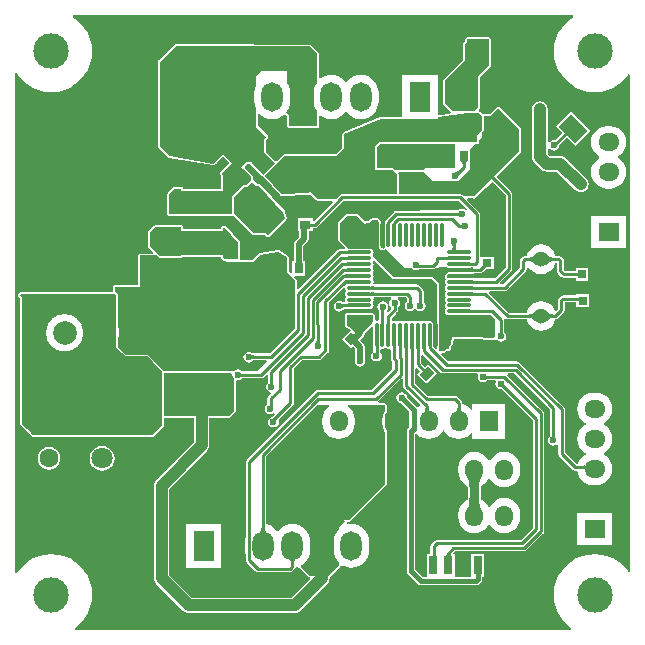
<source format=gtl>
G04*
G04 #@! TF.GenerationSoftware,Altium Limited,Altium Designer,19.1.8 (144)*
G04*
G04 Layer_Physical_Order=1*
G04 Layer_Color=255*
%FSLAX44Y44*%
%MOMM*%
G71*
G01*
G75*
%ADD12C,0.2540*%
%ADD13C,0.5000*%
G04:AMPARAMS|DCode=18|XSize=0.8mm|YSize=0.965mm|CornerRadius=0mm|HoleSize=0mm|Usage=FLASHONLY|Rotation=315.000|XOffset=0mm|YOffset=0mm|HoleType=Round|Shape=Rectangle|*
%AMROTATEDRECTD18*
4,1,4,-0.6240,-0.0583,0.0583,0.6240,0.6240,0.0583,-0.0583,-0.6240,-0.6240,-0.0583,0.0*
%
%ADD18ROTATEDRECTD18*%

%ADD19R,0.7620X0.7620*%
%ADD20P,1.0776X4X360.0*%
%ADD21R,0.8000X0.9650*%
%ADD22P,1.0776X4X270.0*%
%ADD23R,0.9650X0.8000*%
%ADD24R,2.3000X2.5000*%
%ADD25R,3.2000X1.0500*%
%ADD26R,10.0000X10.4500*%
%ADD27R,4.0000X2.0000*%
%ADD28R,2.0000X4.0000*%
G04:AMPARAMS|DCode=29|XSize=0.45mm|YSize=1mm|CornerRadius=0mm|HoleSize=0mm|Usage=FLASHONLY|Rotation=45.000|XOffset=0mm|YOffset=0mm|HoleType=Round|Shape=Rectangle|*
%AMROTATEDRECTD29*
4,1,4,0.1945,-0.5127,-0.5127,0.1945,-0.1945,0.5127,0.5127,-0.1945,0.1945,-0.5127,0.0*
%
%ADD29ROTATEDRECTD29*%

G04:AMPARAMS|DCode=30|XSize=2mm|YSize=1.5mm|CornerRadius=0mm|HoleSize=0mm|Usage=FLASHONLY|Rotation=135.000|XOffset=0mm|YOffset=0mm|HoleType=Round|Shape=Rectangle|*
%AMROTATEDRECTD30*
4,1,4,1.2374,-0.1768,0.1768,-1.2374,-1.2374,0.1768,-0.1768,1.2374,1.2374,-0.1768,0.0*
%
%ADD30ROTATEDRECTD30*%

%ADD31R,1.5240X1.2700*%
%ADD32R,1.2700X1.5240*%
%ADD33O,0.3000X2.1000*%
%ADD34O,2.1000X0.3000*%
%ADD35R,2.1000X3.0000*%
%ADD36R,0.8000X1.6000*%
%ADD67C,0.1270*%
%ADD68C,0.4000*%
%ADD69C,1.0000*%
%ADD70C,0.8000*%
%ADD71R,1.5240X1.7780*%
%ADD72O,1.5240X1.7780*%
%ADD73C,3.0000*%
%ADD74O,1.8000X2.5000*%
%ADD75R,1.8000X2.5000*%
%ADD76C,2.0000*%
%ADD77O,1.7780X1.5240*%
%ADD78R,1.7780X1.5240*%
%ADD79C,1.3000*%
%ADD80C,0.6000*%
%ADD81C,0.6096*%
%ADD82C,1.8000*%
%ADD83C,1.6000*%
G36*
X951915Y939278D02*
X949710Y937927D01*
X945591Y934409D01*
X942073Y930290D01*
X939243Y925671D01*
X937170Y920667D01*
X935906Y915400D01*
X935481Y910000D01*
X935906Y904600D01*
X937170Y899333D01*
X939243Y894329D01*
X942073Y889710D01*
X945591Y885591D01*
X949710Y882073D01*
X954329Y879243D01*
X959333Y877170D01*
X964600Y875906D01*
X970000Y875481D01*
X975400Y875906D01*
X980667Y877170D01*
X985671Y879243D01*
X990290Y882073D01*
X994409Y885591D01*
X997927Y889710D01*
X998528Y890691D01*
X999750Y890346D01*
Y469654D01*
X998528Y469309D01*
X997927Y470290D01*
X994409Y474409D01*
X990290Y477927D01*
X985671Y480757D01*
X980667Y482830D01*
X975400Y484094D01*
X970000Y484519D01*
X964600Y484094D01*
X959333Y482830D01*
X954329Y480757D01*
X949710Y477927D01*
X945591Y474409D01*
X942073Y470290D01*
X939243Y465671D01*
X937170Y460667D01*
X935906Y455400D01*
X935481Y450000D01*
X935906Y444600D01*
X937170Y439333D01*
X939243Y434329D01*
X942073Y429710D01*
X945591Y425591D01*
X949710Y422073D01*
X950283Y421722D01*
X949938Y420500D01*
X530062D01*
X529717Y421722D01*
X530290Y422073D01*
X534409Y425591D01*
X537927Y429710D01*
X540757Y434329D01*
X542830Y439333D01*
X544094Y444600D01*
X544519Y450000D01*
X544094Y455400D01*
X542830Y460667D01*
X540757Y465671D01*
X537927Y470290D01*
X534409Y474409D01*
X530290Y477927D01*
X525671Y480757D01*
X520667Y482830D01*
X515400Y484094D01*
X510000Y484519D01*
X504600Y484094D01*
X499333Y482830D01*
X494329Y480757D01*
X489710Y477927D01*
X485591Y474409D01*
X482073Y470290D01*
X480722Y468085D01*
X479500Y468430D01*
Y891570D01*
X480722Y891915D01*
X482073Y889710D01*
X485591Y885591D01*
X489710Y882073D01*
X494329Y879243D01*
X499333Y877170D01*
X504600Y875906D01*
X510000Y875481D01*
X515400Y875906D01*
X520667Y877170D01*
X525671Y879243D01*
X530290Y882073D01*
X534409Y885591D01*
X537927Y889710D01*
X540757Y894329D01*
X542830Y899333D01*
X544094Y904600D01*
X544519Y910000D01*
X544094Y915400D01*
X542830Y920667D01*
X540757Y925671D01*
X537927Y930290D01*
X534409Y934409D01*
X530290Y937927D01*
X528085Y939278D01*
X528430Y940500D01*
X951570D01*
X951915Y939278D01*
D02*
G37*
%LPC*%
G36*
X880250Y922145D02*
X862250D01*
X861087Y921663D01*
X860605Y920500D01*
Y918681D01*
X858837Y916913D01*
X858355Y915750D01*
Y902932D01*
X842087Y886663D01*
X841605Y885500D01*
Y865750D01*
X842087Y864587D01*
X848076Y858597D01*
X847621Y857256D01*
X837955Y855975D01*
X837000Y856811D01*
Y890000D01*
X807000D01*
Y854542D01*
X789210D01*
X788908Y854417D01*
X788581Y854417D01*
X757372Y841520D01*
X757140Y841289D01*
X756837Y841163D01*
X756712Y840862D01*
X756480Y840631D01*
X756480Y840303D01*
X756355Y840000D01*
Y828681D01*
X750818Y823145D01*
X707250D01*
X707225Y823135D01*
X707199Y823145D01*
X706646Y822895D01*
X706087Y822663D01*
X706076Y822638D01*
X706051Y822627D01*
X700934Y817183D01*
X699664Y817163D01*
X691895Y824931D01*
Y835319D01*
X693163Y836587D01*
X693645Y837750D01*
X693163Y838913D01*
X685145Y846932D01*
Y856916D01*
X685993Y857219D01*
X686415Y857282D01*
X688626Y855468D01*
X691232Y854075D01*
X694060Y853217D01*
X697000Y852927D01*
X699940Y853217D01*
X702768Y854075D01*
X705374Y855468D01*
X707658Y857342D01*
X707823Y857350D01*
X709605Y855568D01*
Y846500D01*
X710087Y845337D01*
X711250Y844855D01*
X734500D01*
X735663Y845337D01*
X736413Y846087D01*
X736895Y847250D01*
Y855403D01*
X738043Y855946D01*
X738626Y855468D01*
X741232Y854075D01*
X744060Y853217D01*
X747000Y852927D01*
X749940Y853217D01*
X752768Y854075D01*
X755374Y855468D01*
X757658Y857342D01*
X758865Y858813D01*
X760135D01*
X761342Y857342D01*
X763626Y855468D01*
X766232Y854075D01*
X769060Y853217D01*
X772000Y852927D01*
X774940Y853217D01*
X777768Y854075D01*
X780374Y855468D01*
X782658Y857342D01*
X784532Y859626D01*
X785925Y862232D01*
X786783Y865060D01*
X787073Y868000D01*
Y875000D01*
X786783Y877941D01*
X785925Y880768D01*
X784532Y883374D01*
X782658Y885658D01*
X780374Y887532D01*
X777768Y888925D01*
X774940Y889783D01*
X772000Y890072D01*
X769060Y889783D01*
X766232Y888925D01*
X763626Y887532D01*
X761342Y885658D01*
X760135Y884187D01*
X758865D01*
X757658Y885658D01*
X755374Y887532D01*
X752768Y888925D01*
X749940Y889783D01*
X747000Y890072D01*
X744060Y889783D01*
X741232Y888925D01*
X738626Y887532D01*
X738043Y887054D01*
X736895Y887597D01*
Y907750D01*
X736413Y908913D01*
X729913Y915413D01*
X728750Y915895D01*
X682104D01*
X681500Y916145D01*
X615250D01*
X614087Y915663D01*
X601013Y902590D01*
X600587Y902413D01*
X600105Y901250D01*
X600105Y830000D01*
X600587Y828837D01*
X609109Y820314D01*
X609570Y820123D01*
X609991Y819856D01*
X646560Y813494D01*
X647151Y813626D01*
X647747Y813741D01*
X648789Y814427D01*
X648887Y814571D01*
X649048Y814638D01*
X655422Y821012D01*
X660633Y815801D01*
X654914Y810082D01*
X654732Y809643D01*
X654466Y809250D01*
X654498Y809079D01*
X654495Y809072D01*
X653070Y807646D01*
X652944Y807344D01*
X652713Y807113D01*
Y806786D01*
X652588Y806483D01*
X652713Y806181D01*
Y805854D01*
X653199Y804680D01*
X653415Y804464D01*
Y793415D01*
X621666D01*
Y793750D01*
X621184Y794913D01*
X620020Y795395D01*
X614000D01*
X612837Y794913D01*
X608337Y790413D01*
X607855Y789250D01*
Y772000D01*
X608337Y770837D01*
X609500Y770355D01*
X661936D01*
X662092Y770419D01*
X662258Y770386D01*
X662656Y770653D01*
X663100Y770837D01*
X664338Y770585D01*
X680087Y754837D01*
X681250Y754355D01*
X691068D01*
X692087Y753337D01*
X693250Y752855D01*
X694413Y753337D01*
X708663Y767587D01*
X708731Y767751D01*
X708878Y767851D01*
X708965Y768315D01*
X709145Y768750D01*
X709077Y768914D01*
X709110Y769089D01*
X708110Y773839D01*
X707861Y774203D01*
X707709Y774616D01*
X686604Y797471D01*
X686572Y797486D01*
X686558Y797518D01*
X686005Y797748D01*
X685460Y797999D01*
X685427Y797987D01*
X685395Y798000D01*
X684326Y798000D01*
X681264Y801062D01*
X680395Y801423D01*
X680395Y804358D01*
X679913Y805522D01*
X673769Y811666D01*
X673669Y811908D01*
X673202Y812375D01*
X675682Y814855D01*
X678415D01*
X678837Y813837D01*
X687731Y804942D01*
X687879Y804881D01*
X687967Y804746D01*
X688824Y804161D01*
X688925Y804140D01*
X688992Y804061D01*
X689529Y804014D01*
X689837Y803949D01*
X689848Y803924D01*
X690035Y803391D01*
X703323Y788584D01*
X703386Y788555D01*
X703414Y788492D01*
X703945Y788287D01*
X704459Y788040D01*
X704524Y788063D01*
X704588Y788038D01*
X727541Y788605D01*
X728099Y788853D01*
X728663Y789087D01*
X729000Y789423D01*
X734337Y784087D01*
X735500Y783605D01*
X747611D01*
X748097Y782431D01*
X732490Y766825D01*
X731220Y767351D01*
Y768895D01*
X718530D01*
Y757855D01*
X719651D01*
Y753198D01*
X716352Y749898D01*
X715463Y748569D01*
X715151Y747000D01*
Y732945D01*
X713730D01*
Y722756D01*
X712557Y722270D01*
X710895Y723932D01*
Y735750D01*
X710829Y735910D01*
X710862Y736079D01*
X710595Y736474D01*
X710413Y736913D01*
X710254Y736980D01*
X710157Y737122D01*
X702782Y741998D01*
X702175Y742115D01*
X701573Y742242D01*
X686198Y739367D01*
X685788Y739100D01*
X685337Y738913D01*
X679818Y733395D01*
X670579D01*
X669749Y734665D01*
X669919Y735076D01*
Y747726D01*
X669694Y748270D01*
X669498Y748825D01*
X657554Y762123D01*
X657240Y762274D01*
X657001Y762526D01*
X656695Y762535D01*
X656419Y762667D01*
X656090Y762551D01*
X655742Y762560D01*
X654472Y762074D01*
X654219Y761834D01*
X653897Y761701D01*
X653780Y761418D01*
X653558Y761207D01*
X653549Y760859D01*
X653415Y760537D01*
Y759415D01*
X621666D01*
Y761500D01*
X621184Y762663D01*
X620020Y763145D01*
X597750Y763145D01*
X596587Y762663D01*
X592087Y758163D01*
X591605Y757000D01*
Y745500D01*
X592087Y744337D01*
X596295Y740128D01*
X595809Y738955D01*
X584920D01*
X583757Y738473D01*
X583275Y737310D01*
Y712415D01*
X564000D01*
X562837Y711933D01*
X562355Y710770D01*
Y706197D01*
X484000D01*
X483159Y706030D01*
X482446Y705554D01*
X481970Y704841D01*
X481803Y704000D01*
X481970Y703159D01*
X482446Y702446D01*
X483803Y701090D01*
Y595000D01*
X483970Y594159D01*
X484446Y593446D01*
X493446Y584446D01*
X494159Y583970D01*
X495000Y583803D01*
X595000D01*
X595841Y583970D01*
X596554Y584446D01*
X604554Y592446D01*
X605030Y593159D01*
X605197Y594000D01*
Y600105D01*
X630674D01*
Y579224D01*
X598600Y547150D01*
X597555Y545788D01*
X596898Y544202D01*
X596674Y542500D01*
X596674Y542500D01*
Y463858D01*
X596674Y463858D01*
X596898Y462156D01*
X597555Y460570D01*
X598600Y459208D01*
X621458Y436350D01*
X621458Y436350D01*
X622820Y435305D01*
X624406Y434648D01*
X626108Y434424D01*
X716000D01*
X716000Y434424D01*
X717702Y434648D01*
X719288Y435305D01*
X720650Y436350D01*
X743650Y459350D01*
X743650Y459350D01*
X744695Y460712D01*
X745352Y462298D01*
X745576Y464000D01*
X745576Y464000D01*
Y465051D01*
X745663Y465087D01*
X754413Y473837D01*
X754717Y474571D01*
X754868Y474720D01*
X755839Y475133D01*
X756165Y475179D01*
X758232Y474075D01*
X761059Y473217D01*
X764000Y472928D01*
X766941Y473217D01*
X769768Y474075D01*
X772374Y475468D01*
X774658Y477342D01*
X776532Y479626D01*
X777925Y482232D01*
X778783Y485060D01*
X779072Y488000D01*
Y495000D01*
X778783Y497940D01*
X777925Y500768D01*
X776532Y503374D01*
X774658Y505658D01*
X772374Y507532D01*
X769768Y508925D01*
X766941Y509783D01*
X764000Y510073D01*
X761059Y509783D01*
X760879Y509728D01*
X760070Y510810D01*
X760429Y511355D01*
X761750D01*
X762913Y511837D01*
X793663Y542587D01*
X794145Y543750D01*
X794145Y588126D01*
X793942Y588616D01*
X793805Y589128D01*
X793450Y589591D01*
X792243Y592504D01*
X792040Y594052D01*
X792247Y595630D01*
Y598170D01*
X792040Y599748D01*
X792243Y601296D01*
X793450Y604209D01*
X793805Y604672D01*
X793942Y605184D01*
X794145Y605673D01*
Y610750D01*
X793663Y611913D01*
X792500Y612395D01*
X787423D01*
X787090Y612956D01*
X786950Y613665D01*
X806232Y632947D01*
X807405Y632461D01*
Y627000D01*
X807622Y625911D01*
X808239Y624989D01*
X822050Y611177D01*
X821847Y609709D01*
X820790Y608943D01*
X819305Y609262D01*
X819288Y609288D01*
X811990Y616585D01*
X811935Y616720D01*
X811705Y616951D01*
X811037Y617651D01*
X810961Y617740D01*
X810758Y618764D01*
X809759Y620259D01*
X808264Y621258D01*
X806500Y621609D01*
X804736Y621258D01*
X803241Y620259D01*
X802242Y618764D01*
X801891Y617000D01*
X802242Y615236D01*
X803241Y613741D01*
X804736Y612742D01*
X805676Y612555D01*
X806839Y611509D01*
X806957Y611467D01*
X813161Y605263D01*
Y592087D01*
X811962Y590888D01*
X811184Y589723D01*
X810911Y588350D01*
Y470000D01*
X811184Y468627D01*
X811962Y467462D01*
X820260Y459164D01*
X820260Y459164D01*
X821424Y458386D01*
X822798Y458113D01*
X869512D01*
X870885Y458386D01*
X872050Y459164D01*
X873538Y460652D01*
X874316Y461816D01*
X874589Y463190D01*
Y465480D01*
X876520D01*
Y484520D01*
X865480D01*
Y465480D01*
X864288Y465291D01*
X852712D01*
X851520Y465480D01*
Y484520D01*
X850839D01*
X850313Y485790D01*
X851368Y486845D01*
X910182D01*
X911270Y487062D01*
X912193Y487678D01*
X926321Y501807D01*
X926938Y502730D01*
X927155Y503818D01*
Y603690D01*
X926938Y604779D01*
X926321Y605701D01*
X895842Y636180D01*
X896207Y637318D01*
X896309Y637450D01*
X901785D01*
X932035Y607201D01*
Y584372D01*
X931491Y584009D01*
X930492Y582514D01*
X930141Y580750D01*
X930492Y578986D01*
X931491Y577491D01*
X932986Y576492D01*
X934750Y576141D01*
X936514Y576492D01*
X937885Y577409D01*
X938460Y577267D01*
X939155Y576921D01*
Y569500D01*
X939372Y568411D01*
X939988Y567489D01*
X951488Y555989D01*
X952411Y555372D01*
X953500Y555155D01*
X955183D01*
X955461Y553045D01*
X956833Y549731D01*
X959016Y546886D01*
X961861Y544703D01*
X965174Y543331D01*
X968730Y542863D01*
X971270D01*
X974826Y543331D01*
X978139Y544703D01*
X980984Y546886D01*
X983167Y549731D01*
X984539Y553045D01*
X985007Y556600D01*
X984539Y560155D01*
X983167Y563469D01*
X980984Y566314D01*
X978139Y568497D01*
X977733Y568665D01*
Y569935D01*
X978139Y570103D01*
X980984Y572286D01*
X983167Y575131D01*
X984539Y578445D01*
X985007Y582000D01*
X984539Y585555D01*
X983167Y588869D01*
X980984Y591714D01*
X978139Y593897D01*
X977733Y594065D01*
Y595335D01*
X978139Y595503D01*
X980984Y597686D01*
X983167Y600531D01*
X984539Y603844D01*
X985007Y607400D01*
X984539Y610956D01*
X983167Y614269D01*
X980984Y617114D01*
X978139Y619297D01*
X974826Y620669D01*
X971270Y621138D01*
X968730D01*
X965174Y620669D01*
X961861Y619297D01*
X959016Y617114D01*
X956833Y614269D01*
X955461Y610956D01*
X954993Y607400D01*
X955461Y603844D01*
X956833Y600531D01*
X959016Y597686D01*
X961861Y595503D01*
X962267Y595335D01*
Y594065D01*
X961861Y593897D01*
X959016Y591714D01*
X956833Y588869D01*
X955461Y585555D01*
X954993Y582000D01*
X955461Y578445D01*
X956833Y575131D01*
X959016Y572286D01*
X961861Y570103D01*
X962267Y569935D01*
Y568665D01*
X961861Y568497D01*
X959016Y566314D01*
X956833Y563469D01*
X955847Y561089D01*
X954573Y560950D01*
X944845Y570678D01*
Y607000D01*
X944628Y608089D01*
X944012Y609011D01*
X906262Y646761D01*
X905339Y647378D01*
X904250Y647595D01*
X846178D01*
X839842Y653931D01*
X840328Y655105D01*
X842500D01*
X843663Y655587D01*
X844391Y656314D01*
X846388D01*
X847551Y656796D01*
X848033Y657960D01*
Y660200D01*
X849333Y661500D01*
X849815Y662663D01*
Y664432D01*
X850382Y664667D01*
X850864Y665830D01*
Y666422D01*
X875062D01*
X875148Y666337D01*
X876312Y665855D01*
X885059D01*
X885216Y665920D01*
X885383Y665887D01*
X885429Y665918D01*
X886833Y665866D01*
X887130Y665637D01*
X887175Y665591D01*
X887241Y665491D01*
X888736Y664492D01*
X890500Y664141D01*
X892264Y664492D01*
X893759Y665491D01*
X894758Y666986D01*
X895108Y668750D01*
X894758Y670514D01*
X893759Y672009D01*
X893345Y672285D01*
Y682940D01*
X893246Y683435D01*
X894417Y684060D01*
X894428Y684048D01*
X895351Y683432D01*
X896440Y683215D01*
X912327D01*
X912382Y682797D01*
X913641Y679756D01*
X915645Y677145D01*
X918256Y675141D01*
X921297Y673882D01*
X924560Y673452D01*
X927823Y673882D01*
X930864Y675141D01*
X933475Y677145D01*
X935479Y679756D01*
X936738Y682797D01*
X936793Y683215D01*
X936810D01*
X937899Y683432D01*
X938821Y684048D01*
X943762Y688988D01*
X944378Y689911D01*
X944595Y691000D01*
Y697905D01*
X954424D01*
Y693640D01*
X965084D01*
Y704300D01*
X954424D01*
Y703595D01*
X943238D01*
X942149Y703378D01*
X941226Y702762D01*
X939738Y701274D01*
X939122Y700351D01*
X938905Y699262D01*
Y692178D01*
X937345Y690618D01*
X936099Y690866D01*
X935479Y692364D01*
X933475Y694975D01*
X930864Y696979D01*
X927823Y698238D01*
X924560Y698668D01*
X921297Y698238D01*
X918256Y696979D01*
X915645Y694975D01*
X913641Y692364D01*
X912382Y689323D01*
X912327Y688905D01*
X897618D01*
X880668Y705855D01*
X881194Y707125D01*
X893720D01*
X894809Y707342D01*
X895732Y707959D01*
X911512Y723738D01*
X912128Y724661D01*
X912345Y725750D01*
Y727568D01*
X913615Y727820D01*
X913641Y727756D01*
X915645Y725145D01*
X918256Y723141D01*
X921297Y721882D01*
X924560Y721452D01*
X927823Y721882D01*
X930864Y723141D01*
X933475Y725145D01*
X935479Y727756D01*
X936738Y730797D01*
X936818Y731405D01*
X938155D01*
Y724000D01*
X938372Y722911D01*
X938988Y721989D01*
X941709Y719268D01*
X942631Y718652D01*
X943720Y718435D01*
X953916D01*
Y715950D01*
X964576D01*
Y726610D01*
X953916D01*
Y724125D01*
X944898D01*
X943845Y725178D01*
Y732762D01*
X943628Y733851D01*
X943011Y734774D01*
X941524Y736262D01*
X940601Y736878D01*
X939512Y737095D01*
X936768D01*
X936738Y737323D01*
X935479Y740364D01*
X933475Y742975D01*
X930864Y744979D01*
X927823Y746238D01*
X924560Y746668D01*
X921297Y746238D01*
X918256Y744979D01*
X915645Y742975D01*
X913641Y740364D01*
X912382Y737323D01*
X912352Y737095D01*
X910988D01*
X909899Y736878D01*
X908976Y736262D01*
X907488Y734774D01*
X906872Y733851D01*
X906655Y732762D01*
Y726928D01*
X892542Y712815D01*
X890134D01*
X889608Y714085D01*
X899511Y723988D01*
X900128Y724911D01*
X900345Y726000D01*
Y789250D01*
X900128Y790339D01*
X899511Y791262D01*
X886925Y803848D01*
X906913Y823837D01*
X907395Y825000D01*
X907395Y844500D01*
X906913Y845663D01*
X889663Y862913D01*
X888500Y863395D01*
X887337Y862913D01*
X881818Y857395D01*
X875895D01*
X875214Y857113D01*
X873163Y859163D01*
X872189Y859567D01*
X871645Y860819D01*
X872663Y861837D01*
X873145Y863000D01*
Y888568D01*
X881413Y896837D01*
X881895Y898000D01*
Y920500D01*
X881413Y921663D01*
X880250Y922145D01*
D02*
G37*
G36*
X923500Y867826D02*
X921798Y867602D01*
X920212Y866945D01*
X918850Y865900D01*
X917805Y864538D01*
X917148Y862952D01*
X916924Y861250D01*
Y820608D01*
X916924Y820608D01*
X917148Y818906D01*
X917805Y817320D01*
X918850Y815958D01*
X924708Y810100D01*
X926070Y809055D01*
X927656Y808398D01*
X929358Y808174D01*
X929358Y808174D01*
X938276D01*
X953600Y792850D01*
X954962Y791805D01*
X956548Y791148D01*
X958250Y790924D01*
X959952Y791148D01*
X961538Y791805D01*
X962900Y792850D01*
X963945Y794212D01*
X964602Y795798D01*
X964826Y797500D01*
X964602Y799202D01*
X963945Y800788D01*
X962900Y802150D01*
X945650Y819400D01*
X944288Y820445D01*
X942702Y821102D01*
X941000Y821326D01*
X941000Y821326D01*
X932082D01*
X930076Y823332D01*
Y827593D01*
X930335Y827809D01*
X932025Y827566D01*
X932241Y827241D01*
X933736Y826242D01*
X935500Y825891D01*
X937264Y826242D01*
X938759Y827241D01*
X939758Y828736D01*
X940109Y830500D01*
X940011Y830988D01*
X946274Y837252D01*
X953324Y830202D01*
X966081Y842958D01*
X949789Y859249D01*
X937033Y846493D01*
X942252Y841274D01*
X935988Y835011D01*
X935500Y835108D01*
X933736Y834758D01*
X932241Y833759D01*
X932025Y833434D01*
X930335Y833191D01*
X930076Y833407D01*
Y861250D01*
X929852Y862952D01*
X929195Y864538D01*
X928150Y865900D01*
X926788Y866945D01*
X925202Y867602D01*
X923500Y867826D01*
D02*
G37*
G36*
X982980Y846858D02*
X980440D01*
X976885Y846389D01*
X973571Y845017D01*
X970726Y842834D01*
X968543Y839989D01*
X967171Y836675D01*
X966702Y833120D01*
X967171Y829565D01*
X968543Y826251D01*
X970726Y823406D01*
X973571Y821223D01*
X973977Y821055D01*
Y819785D01*
X973571Y819617D01*
X970726Y817434D01*
X968543Y814589D01*
X967171Y811275D01*
X966702Y807720D01*
X967171Y804165D01*
X968543Y800851D01*
X970726Y798006D01*
X973571Y795823D01*
X976885Y794451D01*
X980440Y793982D01*
X982980D01*
X986535Y794451D01*
X989849Y795823D01*
X992694Y798006D01*
X994877Y800851D01*
X996249Y804165D01*
X996718Y807720D01*
X996249Y811275D01*
X994877Y814589D01*
X992694Y817434D01*
X989849Y819617D01*
X989443Y819785D01*
Y821055D01*
X989849Y821223D01*
X992694Y823406D01*
X994877Y826251D01*
X996249Y829565D01*
X996718Y833120D01*
X996249Y836675D01*
X994877Y839989D01*
X992694Y842834D01*
X989849Y845017D01*
X986535Y846389D01*
X982980Y846858D01*
D02*
G37*
G36*
X996600Y770540D02*
X966820D01*
Y743300D01*
X996600D01*
Y770540D01*
D02*
G37*
G36*
X507960Y575102D02*
X505475Y574775D01*
X503159Y573816D01*
X501170Y572290D01*
X499644Y570301D01*
X498685Y567985D01*
X498358Y565500D01*
X498685Y563015D01*
X499644Y560699D01*
X501170Y558710D01*
X503159Y557184D01*
X505475Y556225D01*
X507960Y555898D01*
X510445Y556225D01*
X512761Y557184D01*
X514750Y558710D01*
X516276Y560699D01*
X517235Y563015D01*
X517562Y565500D01*
X517235Y567985D01*
X516276Y570301D01*
X514750Y572290D01*
X512761Y573816D01*
X510445Y574775D01*
X507960Y575102D01*
D02*
G37*
G36*
X552960Y576111D02*
X550214Y575749D01*
X547655Y574689D01*
X545457Y573003D01*
X543771Y570806D01*
X542711Y568246D01*
X542349Y565500D01*
X542711Y562754D01*
X543771Y560195D01*
X545457Y557997D01*
X547655Y556311D01*
X550214Y555251D01*
X552960Y554889D01*
X555706Y555251D01*
X558265Y556311D01*
X560463Y557997D01*
X562149Y560195D01*
X563209Y562754D01*
X563571Y565500D01*
X563209Y568246D01*
X562149Y570806D01*
X560463Y573003D01*
X558265Y574689D01*
X555706Y575749D01*
X552960Y576111D01*
D02*
G37*
G36*
X984890Y519420D02*
X955110D01*
Y492180D01*
X984890D01*
Y519420D01*
D02*
G37*
%LPD*%
G36*
X880250Y898000D02*
X871500Y889250D01*
Y863000D01*
X867750Y859250D01*
X849750D01*
Y859250D01*
X843250Y865750D01*
Y885500D01*
X860000Y902250D01*
Y915750D01*
X862250Y918000D01*
Y920500D01*
X880250D01*
Y898000D01*
D02*
G37*
G36*
X681500Y914250D02*
X728750D01*
X735250Y907750D01*
Y884327D01*
X734468Y883374D01*
X733075Y880768D01*
X732217Y877941D01*
X731927Y875000D01*
Y868000D01*
X732217Y865060D01*
X733075Y862232D01*
X734468Y859626D01*
X735250Y858673D01*
Y847250D01*
X734500Y846500D01*
X711250D01*
Y856250D01*
X708785Y858715D01*
X709532Y859626D01*
X710925Y862232D01*
X711783Y865060D01*
X712073Y868000D01*
Y875000D01*
X711783Y877941D01*
X710925Y880768D01*
X709532Y883374D01*
X709500Y883413D01*
Y893500D01*
X687750D01*
X683500Y889250D01*
Y881563D01*
X683075Y880768D01*
X682217Y877941D01*
X681927Y875000D01*
Y868000D01*
X682217Y865060D01*
X683075Y862232D01*
X683500Y861436D01*
Y846250D01*
X692000Y837750D01*
X690250Y836000D01*
Y824250D01*
X699181Y815319D01*
X690061Y805617D01*
X689752Y805520D01*
X688895Y806105D01*
X680000Y815000D01*
Y816500D01*
X675000D01*
X670875Y812375D01*
X672505Y810745D01*
X672434Y810674D01*
X678750Y804358D01*
X678750Y800875D01*
X674938Y797063D01*
X674750Y797250D01*
X673587Y797732D01*
X672423Y797250D01*
X665423Y790250D01*
X663087Y787913D01*
X662605Y786750D01*
Y773000D01*
X661936Y772000D01*
X609500D01*
Y789250D01*
X614000Y793750D01*
X620020D01*
Y791770D01*
X655060D01*
Y805310D01*
X654719D01*
X654233Y806483D01*
X656312Y808562D01*
X656077Y808919D01*
X662960Y815801D01*
X655422Y823339D01*
X647884Y815801D01*
X647884Y815801D01*
X647884Y815801D01*
X646842Y815115D01*
X610273Y821477D01*
X601750Y830000D01*
X601750Y901250D01*
X602000D01*
X615250Y914500D01*
X681500D01*
Y914250D01*
D02*
G37*
G36*
X861579Y816870D02*
X861363Y816794D01*
X861172Y816667D01*
X861007Y816489D01*
X860867Y816261D01*
X860753Y815981D01*
X860664Y815651D01*
X860601Y815270D01*
X860563Y814838D01*
X860550Y814355D01*
X858010D01*
X857997Y814838D01*
X857959Y815270D01*
X857896Y815651D01*
X857807Y815981D01*
X857692Y816261D01*
X857553Y816489D01*
X857388Y816667D01*
X857197Y816794D01*
X856981Y816870D01*
X856740Y816896D01*
X861820D01*
X861579Y816870D01*
D02*
G37*
G36*
X851750Y811500D02*
X826500D01*
X824250Y809250D01*
X823750Y809750D01*
X800827D01*
X799663Y810913D01*
X798500Y811395D01*
X785895D01*
Y829318D01*
X787932Y831355D01*
X851750D01*
Y811500D01*
D02*
G37*
G36*
X855593Y807047D02*
X855383Y806825D01*
X855195Y806602D01*
X855030Y806379D01*
X854888Y806154D01*
X854767Y805928D01*
X854669Y805701D01*
X854593Y805472D01*
X854540Y805243D01*
X854509Y805012D01*
X854500Y804780D01*
X851530Y807750D01*
X851762Y807759D01*
X851993Y807790D01*
X852222Y807843D01*
X852450Y807919D01*
X852678Y808017D01*
X852904Y808138D01*
X853129Y808280D01*
X853353Y808446D01*
X853575Y808633D01*
X853797Y808843D01*
X855593Y807047D01*
D02*
G37*
G36*
X905750Y844500D02*
X905750Y825000D01*
X876500Y795750D01*
X867750Y787000D01*
X867500Y787250D01*
X859023D01*
X857762Y788512D01*
X856839Y789128D01*
X855750Y789345D01*
X803895D01*
Y806000D01*
X803549Y806835D01*
X804131Y808105D01*
X823068D01*
X823087Y808087D01*
X824250Y807605D01*
X825413Y808087D01*
X833500Y800000D01*
X854250D01*
X864750Y810500D01*
Y815345D01*
X864800D01*
Y827300D01*
X868855Y831355D01*
X870500D01*
X871663Y831837D01*
X872145Y833000D01*
Y834645D01*
X874250Y836750D01*
Y840923D01*
X875413Y842087D01*
X875895Y843250D01*
Y855750D01*
X882500D01*
X888500Y861750D01*
X905750Y844500D01*
D02*
G37*
G36*
X683645Y796355D02*
X685395Y796355D01*
X706500Y773500D01*
X707500Y768750D01*
X693250Y754500D01*
X691750Y756000D01*
X681250D01*
X664250Y773000D01*
Y786750D01*
X673587Y796087D01*
X674938Y794736D01*
X680101Y799899D01*
X683645Y796355D01*
D02*
G37*
G36*
X894655Y788072D02*
Y727178D01*
X885292Y717815D01*
X867538D01*
X867373Y717885D01*
X865752Y717903D01*
X865093Y717937D01*
X865048Y717942D01*
X865000Y717951D01*
X864843Y717917D01*
X864643Y717999D01*
X864538Y717956D01*
X864070Y718049D01*
X846070D01*
X845863Y718008D01*
X845353Y717978D01*
X845050Y718910D01*
X844899Y719088D01*
X844853Y719316D01*
X844775Y719434D01*
X844668Y719970D01*
X844775Y720506D01*
X845079Y720961D01*
X845534Y721265D01*
X846232Y721404D01*
X863908D01*
X864217Y721342D01*
X864492Y721397D01*
X864602D01*
X864701Y721333D01*
X864701Y721332D01*
X864749Y721324D01*
X864810Y721337D01*
X864864Y721307D01*
X864909Y721302D01*
X864961Y721316D01*
X865009Y721293D01*
X865098Y721289D01*
X865647Y721261D01*
X865684Y721274D01*
X865721Y721259D01*
X866090Y721257D01*
X866091Y721257D01*
X866092Y721257D01*
X866679Y721497D01*
X867256Y721733D01*
X867256Y721734D01*
X867258Y721734D01*
X867563Y722037D01*
X869328D01*
X869921Y722155D01*
X873000D01*
X874089Y722372D01*
X875012Y722989D01*
X877693Y725670D01*
X884330D01*
Y736330D01*
X873670D01*
X872845Y737258D01*
Y772250D01*
X872628Y773339D01*
X872011Y774261D01*
X861842Y784431D01*
X862328Y785605D01*
X867146D01*
X867750Y785355D01*
X868913Y785837D01*
X877663Y794587D01*
X882902Y799825D01*
X894655Y788072D01*
D02*
G37*
G36*
X874250Y855750D02*
Y843250D01*
X870500Y839500D01*
Y833000D01*
X787250D01*
X784250Y830000D01*
Y809750D01*
X798500D01*
X802250Y806000D01*
Y789345D01*
X756188D01*
X755100Y789128D01*
X754730Y788881D01*
X754177Y788512D01*
X750915Y785250D01*
X735500D01*
X729000Y791750D01*
X727500Y790250D01*
X704548Y789683D01*
X691260Y804490D01*
X707250Y821500D01*
X751500D01*
X758000Y828000D01*
Y840000D01*
X789210Y852896D01*
X827258Y852896D01*
X828039Y853000D01*
X837000D01*
Y854188D01*
X862769Y857605D01*
X867750D01*
X868704Y858000D01*
X872000D01*
X874250Y855750D01*
D02*
G37*
G36*
X861558Y776669D02*
X860748Y775683D01*
X859514Y776508D01*
X857750Y776859D01*
X855986Y776508D01*
X854620Y775595D01*
X842622D01*
X842602Y775591D01*
X842583Y775594D01*
X842560Y775590D01*
X801960Y775088D01*
X801433Y774977D01*
X800907Y774872D01*
X800892Y774862D01*
X800874Y774858D01*
X800430Y774554D01*
X799984Y774255D01*
X793376Y767648D01*
X792760Y766725D01*
X792543Y765637D01*
Y765050D01*
X792455Y764918D01*
X792221Y763740D01*
Y745740D01*
X792271Y745490D01*
X792244Y744426D01*
X791485Y743941D01*
X790835Y743507D01*
X790388Y743418D01*
X789941Y743507D01*
X789563Y743760D01*
X789310Y744138D01*
X789201Y744685D01*
X789069Y744883D01*
X788866Y745902D01*
Y763578D01*
X788928Y763887D01*
X788873Y764162D01*
Y764272D01*
X788937Y764371D01*
X788938Y764371D01*
X788946Y764419D01*
X788933Y764480D01*
X788963Y764534D01*
X788968Y764579D01*
X788954Y764631D01*
X788977Y764679D01*
X788977Y764689D01*
X789010Y765339D01*
X788998Y765372D01*
X789012Y765404D01*
X789014Y765612D01*
X789011Y765622D01*
X789015Y765631D01*
X788777Y766204D01*
X788545Y766781D01*
X788536Y766785D01*
X788533Y766794D01*
X788145Y767181D01*
Y767250D01*
X787663Y768413D01*
X786500Y768895D01*
X781558D01*
X780395Y768413D01*
X778444Y766463D01*
X778347Y766560D01*
X777194Y767037D01*
X777184Y767041D01*
X776021Y766560D01*
X774920Y767119D01*
X769903Y772136D01*
X768740Y772618D01*
X760472Y772618D01*
X759309Y772136D01*
X752837Y765663D01*
X752355Y764500D01*
X752355Y750750D01*
X752837Y749587D01*
X758368Y744055D01*
X758365Y744014D01*
X757812Y742815D01*
X754253D01*
X753165Y742598D01*
X752242Y741982D01*
X718819Y708558D01*
X717645Y709044D01*
Y716500D01*
X717163Y717663D01*
X715745Y719082D01*
X716231Y720255D01*
X724770D01*
Y732945D01*
X723349D01*
Y745302D01*
X726648Y748602D01*
X727537Y749931D01*
X727849Y751500D01*
Y757855D01*
X731220D01*
Y760530D01*
X733063D01*
X734152Y760747D01*
X735075Y761364D01*
X757367Y783655D01*
X854572D01*
X861558Y776669D01*
D02*
G37*
G36*
X852442Y747437D02*
X852301Y747252D01*
X852177Y747052D01*
X852069Y746837D01*
X851977Y746607D01*
X851903Y746362D01*
X851845Y746102D01*
X851803Y745827D01*
X851778Y745537D01*
X851770Y745232D01*
X849230D01*
X849222Y745537D01*
X849197Y745827D01*
X849155Y746102D01*
X849097Y746362D01*
X849023Y746607D01*
X848931Y746837D01*
X848823Y747052D01*
X848699Y747252D01*
X848558Y747437D01*
X848400Y747608D01*
X852600D01*
X852442Y747437D01*
D02*
G37*
G36*
X851783Y743520D02*
X851821Y743083D01*
X851884Y742697D01*
X851973Y742363D01*
X852087Y742080D01*
X852227Y741849D01*
X852392Y741669D01*
X852583Y741541D01*
X852799Y741463D01*
X853040Y741438D01*
X847960D01*
X848201Y741463D01*
X848417Y741541D01*
X848608Y741669D01*
X848773Y741849D01*
X848913Y742080D01*
X849027Y742363D01*
X849116Y742697D01*
X849179Y743083D01*
X849217Y743520D01*
X849230Y744008D01*
X851770D01*
X851783Y743520D01*
D02*
G37*
G36*
X761211Y738586D02*
X761153Y738607D01*
X761048Y738627D01*
X760895Y738644D01*
X760153Y738682D01*
X758500Y738700D01*
Y741240D01*
X761211Y741354D01*
Y738586D01*
D02*
G37*
G36*
X620020Y761500D02*
Y757770D01*
X655060D01*
Y760537D01*
X656330Y761024D01*
X668274Y747726D01*
Y735076D01*
X667698Y734500D01*
X656250D01*
X655060Y735690D01*
Y737310D01*
X653440D01*
X653000Y737750D01*
X652560Y737310D01*
X620020D01*
Y737000D01*
X601750D01*
X593250Y745500D01*
Y757000D01*
X597750Y761500D01*
X620020Y761500D01*
D02*
G37*
G36*
X845497Y733586D02*
X845439Y733607D01*
X845333Y733627D01*
X845181Y733644D01*
X844439Y733682D01*
X842786Y733700D01*
Y736240D01*
X845497Y736354D01*
Y733586D01*
D02*
G37*
G36*
X761211D02*
X761153Y733607D01*
X761048Y733627D01*
X760895Y733644D01*
X760153Y733682D01*
X758500Y733700D01*
Y736240D01*
X761211Y736354D01*
Y733586D01*
D02*
G37*
G36*
X709250Y735750D02*
Y723250D01*
X716000Y716500D01*
Y683750D01*
X716155Y683595D01*
Y675428D01*
X695072Y654345D01*
X681443D01*
X681295Y654414D01*
X680759Y654437D01*
X680585Y654458D01*
X680412Y654488D01*
X680256Y654524D01*
X680120Y654566D01*
X680000Y654611D01*
X679897Y654658D01*
X679808Y654708D01*
X679674Y654797D01*
X679360Y654859D01*
X678764Y655258D01*
X677000Y655609D01*
X675236Y655258D01*
X673741Y654259D01*
X672742Y652764D01*
X672391Y651000D01*
X672742Y649236D01*
X673741Y647741D01*
X675236Y646742D01*
X677000Y646391D01*
X678764Y646742D01*
X680259Y647741D01*
X680526Y648141D01*
X680757Y648271D01*
X680839Y648375D01*
X680863Y648400D01*
X680892Y648423D01*
X680933Y648448D01*
X680992Y648477D01*
X681075Y648507D01*
X681186Y648536D01*
X681327Y648561D01*
X681499Y648578D01*
X681750Y648586D01*
X681872Y648641D01*
X682003Y648613D01*
X682068Y648655D01*
X691746D01*
X692232Y647482D01*
X684000Y639250D01*
X671182D01*
X671009Y639509D01*
X669514Y640508D01*
X667750Y640859D01*
X665986Y640508D01*
X664491Y639509D01*
X664318Y639250D01*
X605148D01*
X605030Y639841D01*
X604554Y640554D01*
X592554Y652554D01*
X591841Y653030D01*
X591000Y653197D01*
X572910D01*
X566197Y659910D01*
Y666217D01*
X566949Y668693D01*
X567257Y671830D01*
X566949Y674967D01*
X566197Y677443D01*
Y704000D01*
X566030Y704841D01*
X565554Y705554D01*
X564841Y706030D01*
X564000Y706197D01*
Y710770D01*
X584920D01*
Y737310D01*
X599114D01*
X600587Y735837D01*
X601750Y735355D01*
X620020D01*
X620768Y735665D01*
X652560D01*
X653000Y735847D01*
X653422Y735672D01*
X653897Y734526D01*
X655087Y733337D01*
X656250Y732855D01*
X657895D01*
X659000Y731750D01*
X680500D01*
X686500Y737750D01*
X701875Y740625D01*
X709250Y735750D01*
D02*
G37*
G36*
X929727Y738131D02*
X930990Y737100D01*
X931591Y736681D01*
X932174Y736326D01*
X932737Y736036D01*
X933280Y735810D01*
X933804Y735649D01*
X934309Y735552D01*
X934794Y735520D01*
X934870Y732980D01*
X934372Y732947D01*
X933862Y732847D01*
X933340Y732680D01*
X932805Y732447D01*
X932257Y732147D01*
X931697Y731780D01*
X931125Y731347D01*
X930540Y730847D01*
X929333Y729648D01*
X924560Y734326D01*
X929067Y738744D01*
X929727Y738131D01*
D02*
G37*
G36*
X924560Y734326D02*
X919787Y729648D01*
X918580Y730847D01*
X917995Y731347D01*
X917422Y731780D01*
X916863Y732147D01*
X916315Y732447D01*
X915780Y732680D01*
X915258Y732847D01*
X914748Y732947D01*
X914250Y732980D01*
X914326Y735520D01*
X914811Y735552D01*
X915316Y735649D01*
X915840Y735810D01*
X916383Y736036D01*
X916946Y736326D01*
X917529Y736681D01*
X918130Y737100D01*
X919393Y738131D01*
X920053Y738744D01*
X924560Y734326D01*
D02*
G37*
G36*
X761211Y728586D02*
X761153Y728607D01*
X761048Y728627D01*
X760895Y728644D01*
X760153Y728682D01*
X758500Y728700D01*
Y731240D01*
X761211Y731354D01*
Y728586D01*
D02*
G37*
G36*
Y723586D02*
X761153Y723607D01*
X761048Y723627D01*
X760895Y723644D01*
X760153Y723682D01*
X758500Y723700D01*
Y726240D01*
X761211Y726354D01*
Y723586D01*
D02*
G37*
G36*
X768740Y770972D02*
X775750Y763962D01*
X777184Y765396D01*
X778444Y764136D01*
X781558Y767250D01*
X786500D01*
Y766500D01*
X787369Y765631D01*
X787367Y765423D01*
X787333Y764763D01*
X787328Y764718D01*
X787319Y764670D01*
X787353Y764513D01*
X787271Y764313D01*
X787314Y764208D01*
X787221Y763740D01*
Y745740D01*
X787455Y744562D01*
X787587Y744364D01*
X787760Y743496D01*
X788376Y742573D01*
X789299Y741957D01*
X790388Y741740D01*
X791477Y741957D01*
X792399Y742573D01*
X793107Y742643D01*
X809250Y726500D01*
X815151D01*
X815491Y725991D01*
X816986Y724992D01*
X818750Y724641D01*
X820514Y724992D01*
X821880Y725905D01*
X833250D01*
X834339Y726122D01*
X834904Y726500D01*
X837500D01*
X838750Y727750D01*
X839000Y727500D01*
X844331D01*
X844892Y727125D01*
X846070Y726891D01*
X864070D01*
X865248Y727125D01*
X865380Y727213D01*
X867000D01*
Y726159D01*
X867486Y726152D01*
X867223Y723612D01*
X866810Y723608D01*
X866099Y722902D01*
X865730Y722904D01*
X865093Y722937D01*
X865048Y722942D01*
X865000Y722951D01*
X864843Y722917D01*
X864643Y722999D01*
X864538Y722956D01*
X864070Y723049D01*
X846070D01*
X844892Y722815D01*
X843893Y722147D01*
X843225Y721148D01*
X842991Y719970D01*
X843225Y718792D01*
X843485Y718402D01*
X843788Y717470D01*
X843485Y716537D01*
X843225Y716148D01*
X842991Y714970D01*
X843225Y713792D01*
X843893Y712793D01*
Y712147D01*
X843225Y711148D01*
X842991Y709970D01*
X843225Y708792D01*
X843485Y708402D01*
X843788Y707470D01*
X843485Y706537D01*
X843225Y706148D01*
X842991Y704970D01*
X843225Y703792D01*
X843485Y703402D01*
X843788Y702470D01*
X843485Y701537D01*
X843225Y701148D01*
X842991Y699970D01*
X843225Y698792D01*
X843485Y698402D01*
X843788Y697470D01*
X843485Y696537D01*
X843225Y696148D01*
X842991Y694970D01*
X843225Y693792D01*
X843485Y693402D01*
X843788Y692470D01*
X843485Y691537D01*
X843225Y691148D01*
X842991Y689970D01*
X843225Y688792D01*
X843893Y687793D01*
X844705Y687250D01*
D01*
D01*
X844892Y687125D01*
X846070Y686891D01*
X864070D01*
X865248Y687125D01*
X865248Y687125D01*
X882125D01*
X886000Y683250D01*
Y669296D01*
X885891Y668750D01*
X885059Y667500D01*
X876312D01*
X875744Y668068D01*
X849218D01*
Y665830D01*
X848170D01*
Y662663D01*
X846388Y660881D01*
Y657960D01*
X843709D01*
X842500Y656750D01*
X838250D01*
Y660551D01*
X838379Y661200D01*
Y662470D01*
Y679200D01*
X838250Y679849D01*
D01*
X838250Y679849D01*
X838250Y713500D01*
X833000Y718750D01*
X800250Y718750D01*
X783000Y736000D01*
X782653Y736028D01*
X782629Y736148D01*
X781961Y737147D01*
Y737793D01*
X782629Y738792D01*
X782863Y739970D01*
X782629Y741148D01*
X781961Y742147D01*
X780962Y742815D01*
X779784Y743049D01*
X761784D01*
X761715Y743035D01*
X754000Y750750D01*
X754000Y764500D01*
X760472Y770972D01*
X768740Y770972D01*
D02*
G37*
G36*
X761211Y718586D02*
X761153Y718607D01*
X761048Y718627D01*
X760895Y718644D01*
X760153Y718682D01*
X758500Y718700D01*
Y721240D01*
X761211Y721354D01*
Y718586D01*
D02*
G37*
G36*
X864701Y716332D02*
X864807Y716313D01*
X864959Y716296D01*
X865701Y716258D01*
X867354Y716240D01*
Y713700D01*
X864643Y713586D01*
Y716354D01*
X864701Y716332D01*
D02*
G37*
G36*
X761211Y713586D02*
X761153Y713607D01*
X761048Y713627D01*
X760895Y713644D01*
X760153Y713682D01*
X758500Y713700D01*
Y716240D01*
X761211Y716354D01*
Y713586D01*
D02*
G37*
G36*
X864701Y711332D02*
X864807Y711313D01*
X864959Y711296D01*
X865701Y711258D01*
X867354Y711240D01*
Y708700D01*
X864643Y708586D01*
Y711354D01*
X864701Y711332D01*
D02*
G37*
G36*
X780415D02*
X780520Y711313D01*
X780673Y711296D01*
X781415Y711258D01*
X783068Y711240D01*
Y708700D01*
X780357Y708586D01*
Y711354D01*
X780415Y711332D01*
D02*
G37*
G36*
X864701Y706332D02*
X864807Y706313D01*
X864959Y706296D01*
X865701Y706258D01*
X867354Y706240D01*
Y703700D01*
X864643Y703586D01*
Y706354D01*
X864701Y706332D01*
D02*
G37*
G36*
X780415D02*
X780520Y706313D01*
X780673Y706296D01*
X781415Y706258D01*
X783068Y706240D01*
Y703700D01*
X780357Y703586D01*
Y706354D01*
X780415Y706332D01*
D02*
G37*
G36*
X761211Y693586D02*
X761153Y693607D01*
X761048Y693627D01*
X760895Y693644D01*
X760153Y693682D01*
X758500Y693700D01*
Y696240D01*
X761211Y696354D01*
Y693586D01*
D02*
G37*
G36*
X799087Y717587D02*
X800250Y717105D01*
X832318Y717105D01*
X836605Y712819D01*
X836605Y679849D01*
X836669Y679694D01*
X836636Y679528D01*
X836734Y679038D01*
Y661362D01*
X836636Y660872D01*
X836669Y660706D01*
X836605Y660551D01*
Y658828D01*
X835431Y658342D01*
X833245Y660527D01*
X833379Y661200D01*
Y679200D01*
X833145Y680378D01*
X832477Y681377D01*
X831478Y682045D01*
X830300Y682279D01*
X829122Y682045D01*
X828733Y681785D01*
X827800Y681482D01*
X826868Y681785D01*
X826478Y682045D01*
X825300Y682279D01*
X824122Y682045D01*
X823733Y681785D01*
X822800Y681482D01*
X821868Y681785D01*
X821478Y682045D01*
X820300Y682279D01*
X819122Y682045D01*
X818733Y681785D01*
X817800Y681482D01*
X816868Y681785D01*
X816478Y682045D01*
X815300Y682279D01*
X814122Y682045D01*
X813733Y681785D01*
X812800Y681482D01*
X811868Y681785D01*
X811478Y682045D01*
X810300Y682279D01*
X809122Y682045D01*
X808733Y681785D01*
X807800Y681482D01*
X806868Y681785D01*
X806478Y682045D01*
X805300Y682279D01*
X804122Y682045D01*
X803733Y681785D01*
X802800Y681482D01*
X801868Y681785D01*
X801478Y682045D01*
X800300Y682279D01*
X799503Y682121D01*
X798757Y682371D01*
X798145Y682919D01*
Y684622D01*
X802512Y688988D01*
X803128Y689911D01*
X803345Y691000D01*
Y693715D01*
X803759Y693991D01*
X804758Y695486D01*
X805108Y697250D01*
X804758Y699014D01*
X803759Y700509D01*
X803240Y700855D01*
X803625Y702125D01*
X809852D01*
X810905Y701072D01*
Y698285D01*
X810491Y698009D01*
X809492Y696514D01*
X809141Y694750D01*
X809492Y692986D01*
X810491Y691491D01*
X811986Y690492D01*
X813750Y690141D01*
X815514Y690492D01*
X817009Y691491D01*
X817365Y692024D01*
X818635D01*
X818991Y691491D01*
X820486Y690492D01*
X822250Y690141D01*
X824014Y690492D01*
X825509Y691491D01*
X826508Y692986D01*
X826859Y694750D01*
X826508Y696514D01*
X825509Y698009D01*
X825095Y698285D01*
Y707000D01*
X824878Y708089D01*
X824261Y709012D01*
X821292Y711982D01*
X820369Y712598D01*
X819280Y712815D01*
X783503D01*
X782907Y713481D01*
X782702Y714159D01*
X782863Y714970D01*
X782629Y716148D01*
X782369Y716537D01*
X782066Y717470D01*
X782369Y718402D01*
X782629Y718792D01*
X782863Y719970D01*
X782629Y721148D01*
X782369Y721537D01*
X782066Y722470D01*
X782369Y723402D01*
X782629Y723792D01*
X782863Y724970D01*
X782629Y726148D01*
X782369Y726537D01*
X782066Y727470D01*
X782369Y728402D01*
X782629Y728792D01*
X782863Y729970D01*
X782629Y731148D01*
X782369Y731537D01*
X782341Y731623D01*
X782709Y732224D01*
X784269Y732404D01*
X799087Y717587D01*
D02*
G37*
G36*
X757960Y710103D02*
X758760Y709691D01*
X758939Y708792D01*
X759199Y708402D01*
X759502Y707470D01*
X759199Y706537D01*
X758939Y706148D01*
X758705Y704970D01*
X758939Y703792D01*
X759199Y703402D01*
X759502Y702470D01*
X759199Y701537D01*
X758939Y701148D01*
X758705Y699970D01*
X758863Y699173D01*
X758613Y698427D01*
X758065Y697815D01*
X756501D01*
X755614Y698407D01*
X753851Y698758D01*
X752087Y698407D01*
X750592Y697408D01*
X749593Y695913D01*
X749242Y694149D01*
X749593Y692385D01*
X750592Y690890D01*
X752087Y689891D01*
X753851Y689541D01*
X755614Y689891D01*
X757110Y690890D01*
X757935Y692125D01*
X758316D01*
X758481Y692055D01*
X760101Y692037D01*
X760761Y692003D01*
X760806Y691998D01*
X760854Y691990D01*
X761011Y692023D01*
X761211Y691941D01*
X761316Y691984D01*
X761784Y691891D01*
X779784D01*
X780962Y692125D01*
X781961Y692793D01*
X782629Y693792D01*
X782863Y694970D01*
X782629Y696148D01*
X782369Y696537D01*
X782066Y697470D01*
X782369Y698402D01*
X782629Y698792D01*
X782863Y699970D01*
X782705Y700767D01*
X782955Y701513D01*
X783503Y702125D01*
X797375D01*
X797760Y700855D01*
X797241Y700509D01*
X796242Y699014D01*
X795891Y697250D01*
X796242Y695486D01*
X797241Y693991D01*
X797655Y693715D01*
Y692178D01*
X795176Y689699D01*
X793817Y690136D01*
X793765Y690452D01*
X793807Y690564D01*
X794758Y691986D01*
X795108Y693750D01*
X794758Y695514D01*
X793759Y697009D01*
X792264Y698008D01*
X790500Y698359D01*
X788736Y698008D01*
X787241Y697009D01*
X786242Y695514D01*
X785891Y693750D01*
X786242Y691986D01*
X787241Y690491D01*
X787455Y690348D01*
Y682919D01*
X786789Y682323D01*
X786111Y682118D01*
X785300Y682279D01*
X784915Y682203D01*
X783645Y683138D01*
Y686750D01*
X783163Y687913D01*
X782000Y688395D01*
X760000D01*
X758837Y687913D01*
X758355Y686750D01*
Y678500D01*
X758837Y677337D01*
X760587Y675587D01*
X761750Y675105D01*
X762517D01*
X762788Y674834D01*
X763549Y673879D01*
X756012Y666341D01*
X763550Y658803D01*
X765056Y660310D01*
X767151Y658214D01*
Y649752D01*
X766992Y649514D01*
X766641Y647750D01*
X766992Y645986D01*
X767991Y644491D01*
X769486Y643492D01*
X771250Y643141D01*
X773014Y643492D01*
X774509Y644491D01*
X775508Y645986D01*
X775859Y647750D01*
X775508Y649514D01*
X775349Y649752D01*
Y659912D01*
X775037Y661480D01*
X774148Y662810D01*
X771252Y665706D01*
X773549Y668003D01*
X773834Y668234D01*
X773876Y668313D01*
X773960Y668347D01*
X774006Y668459D01*
X774471Y668925D01*
X774898Y669564D01*
X775334Y670195D01*
X775341Y670227D01*
X775360Y670254D01*
X775509Y671008D01*
X775671Y671758D01*
X775673Y671846D01*
X781048Y677221D01*
X782221Y676735D01*
Y661200D01*
X782455Y660022D01*
X782455Y660022D01*
Y655819D01*
X781991Y655509D01*
X780992Y654014D01*
X780641Y652250D01*
X780992Y650486D01*
X781991Y648991D01*
X783486Y647992D01*
X785250Y647642D01*
X787014Y647992D01*
X788509Y648991D01*
X789508Y650486D01*
X789858Y652250D01*
X789508Y654014D01*
X788509Y655509D01*
X788145Y655752D01*
Y657597D01*
X789415Y658297D01*
X790300Y658121D01*
X791478Y658355D01*
X791868Y658615D01*
X792800Y658918D01*
X793733Y658615D01*
X794122Y658355D01*
X795300Y658121D01*
X796097Y658279D01*
X796843Y658029D01*
X797455Y657481D01*
Y650031D01*
X797672Y648942D01*
X798288Y648019D01*
X798695Y647613D01*
Y641530D01*
X780760Y623595D01*
X735508D01*
X734420Y623378D01*
X733497Y622761D01*
X675199Y564463D01*
X674582Y563540D01*
X674365Y562452D01*
Y498429D01*
X674217Y497940D01*
X673928Y495000D01*
Y488000D01*
X674217Y485060D01*
X674365Y484571D01*
Y479290D01*
X674582Y478201D01*
X675199Y477279D01*
X682738Y469739D01*
X683661Y469122D01*
X684750Y468905D01*
X712000D01*
X713089Y469122D01*
X714012Y469739D01*
X716012Y471739D01*
X716628Y472661D01*
X716735Y473197D01*
X716941Y473217D01*
X718418Y473665D01*
X718522Y473680D01*
X718802Y473691D01*
X719940Y472800D01*
X719954Y472744D01*
X720064Y472678D01*
X720113Y472561D01*
X727587Y465087D01*
X728579Y464675D01*
X729131Y463431D01*
X713276Y447576D01*
X628832D01*
X609826Y466582D01*
Y539776D01*
X641900Y571850D01*
X641900Y571850D01*
X642945Y573212D01*
X643602Y574798D01*
X643826Y576500D01*
Y600105D01*
X660000D01*
X661163Y600587D01*
X665413Y604837D01*
X665895Y606000D01*
X665895Y630715D01*
X667165Y631758D01*
X667750Y631642D01*
X669514Y631992D01*
X671009Y632991D01*
X671285Y633405D01*
X687750D01*
X688839Y633622D01*
X689762Y634239D01*
X692232Y636709D01*
X693405Y636223D01*
Y629785D01*
X692991Y629509D01*
X691992Y628014D01*
X691641Y626250D01*
X691992Y624486D01*
X692991Y622991D01*
X694486Y621992D01*
X695476Y621795D01*
X695894Y620417D01*
X693738Y618261D01*
X693122Y617339D01*
X692905Y616250D01*
Y611370D01*
X691991Y610759D01*
X690992Y609264D01*
X690641Y607500D01*
X690992Y605736D01*
X691991Y604241D01*
X693486Y603242D01*
X695250Y602892D01*
X697014Y603242D01*
X698223Y604050D01*
X699033Y603064D01*
X696876Y600907D01*
X696270Y600787D01*
X694775Y599788D01*
X693776Y598293D01*
X693426Y596529D01*
X693776Y594766D01*
X694775Y593270D01*
X696270Y592271D01*
X698034Y591921D01*
X699798Y592271D01*
X701293Y593270D01*
X702292Y594766D01*
X702643Y596529D01*
X702294Y598280D01*
X714388Y610374D01*
X715005Y611296D01*
X715221Y612385D01*
Y641457D01*
X722319Y648555D01*
X736400D01*
X737488Y648771D01*
X738411Y649388D01*
X744067Y655044D01*
X744684Y655967D01*
X744900Y657055D01*
Y697627D01*
X757464Y710191D01*
X757960Y710103D01*
D02*
G37*
G36*
X929837Y689987D02*
X931059Y688937D01*
X931646Y688511D01*
X932218Y688150D01*
X932773Y687855D01*
X933312Y687625D01*
X933836Y687461D01*
X934343Y687363D01*
X934835Y687330D01*
Y684790D01*
X934343Y684757D01*
X933836Y684659D01*
X933312Y684495D01*
X932773Y684265D01*
X932218Y683970D01*
X931646Y683609D01*
X931059Y683183D01*
X930456Y682691D01*
X929202Y681510D01*
Y690610D01*
X929837Y689987D01*
D02*
G37*
G36*
X919918Y681510D02*
X919283Y682133D01*
X918061Y683183D01*
X917474Y683609D01*
X916902Y683970D01*
X916347Y684265D01*
X915808Y684495D01*
X915284Y684659D01*
X914777Y684757D01*
X914285Y684790D01*
Y687330D01*
X914777Y687363D01*
X915284Y687461D01*
X915808Y687625D01*
X916347Y687855D01*
X916902Y688150D01*
X917474Y688511D01*
X918061Y688937D01*
X918664Y689429D01*
X919918Y690610D01*
Y681510D01*
D02*
G37*
G36*
X796684Y679773D02*
X793916D01*
X793938Y679831D01*
X793957Y679937D01*
X793974Y680089D01*
X794012Y680831D01*
X794030Y682484D01*
X796570D01*
X796684Y679773D01*
D02*
G37*
G36*
X791684D02*
X788916D01*
X788938Y679831D01*
X788957Y679937D01*
X788974Y680089D01*
X789012Y680831D01*
X789030Y682484D01*
X791570D01*
X791684Y679773D01*
D02*
G37*
G36*
X782000Y681500D02*
X781625Y680125D01*
X773323Y671823D01*
X770484D01*
X772796Y669511D01*
X768895Y666341D01*
X763936Y671257D01*
X764309Y670958D01*
X764717Y670765D01*
X765161Y670679D01*
X765640Y670698D01*
X766155Y670824D01*
X766705Y671056D01*
X767291Y671395D01*
X767912Y671839D01*
X768020Y671929D01*
X763199Y676750D01*
X761750D01*
X760000Y678500D01*
Y686750D01*
X782000D01*
Y681500D01*
D02*
G37*
G36*
X736752Y664721D02*
X736779Y664431D01*
X736822Y664156D01*
X736882Y663897D01*
X736958Y663652D01*
X737050Y663423D01*
X737160Y663208D01*
X737286Y663009D01*
X737428Y662825D01*
X737587Y662655D01*
X733387Y662629D01*
X733543Y662800D01*
X733683Y662987D01*
X733807Y663187D01*
X733913Y663403D01*
X734003Y663634D01*
X734076Y663879D01*
X734133Y664140D01*
X734172Y664415D01*
X734195Y664705D01*
X734202Y665010D01*
X736742Y665026D01*
X736752Y664721D01*
D02*
G37*
G36*
X821663Y660569D02*
X821643Y660463D01*
X821626Y660311D01*
X821588Y659569D01*
X821570Y657916D01*
X819030D01*
X818916Y660627D01*
X821684D01*
X821663Y660569D01*
D02*
G37*
G36*
X816663D02*
X816643Y660463D01*
X816626Y660311D01*
X816588Y659569D01*
X816570Y657916D01*
X814030D01*
X813916Y660627D01*
X816684D01*
X816663Y660569D01*
D02*
G37*
G36*
X806663D02*
X806643Y660463D01*
X806626Y660311D01*
X806588Y659569D01*
X806570Y657916D01*
X804030D01*
X803916Y660627D01*
X806684D01*
X806663Y660569D01*
D02*
G37*
G36*
X801663D02*
X801643Y660463D01*
X801626Y660311D01*
X801588Y659569D01*
X801570Y657916D01*
X799030D01*
X798916Y660627D01*
X801684D01*
X801663Y660569D01*
D02*
G37*
G36*
X811653Y660555D02*
X811625Y660436D01*
X811600Y660273D01*
X811561Y659807D01*
X811522Y658326D01*
X811520Y657841D01*
X808980Y657990D01*
X808916Y660627D01*
X811684D01*
X811653Y660555D01*
D02*
G37*
G36*
X826679Y660594D02*
X826675Y660511D01*
X826658Y658047D01*
X824118Y657784D01*
X824116Y658270D01*
X823988Y660416D01*
X823954Y660544D01*
X823916Y660627D01*
X826684D01*
X826679Y660594D01*
D02*
G37*
G36*
X678950Y653303D02*
X679151Y653191D01*
X679364Y653092D01*
X679591Y653007D01*
X679830Y652934D01*
X680083Y652875D01*
X680348Y652829D01*
X680627Y652796D01*
X681222Y652770D01*
X681700Y650230D01*
X681393Y650221D01*
X681104Y650192D01*
X680834Y650145D01*
X680583Y650079D01*
X680350Y649994D01*
X680135Y649890D01*
X679940Y649768D01*
X679762Y649626D01*
X679603Y649466D01*
X679462Y649286D01*
X678762Y653428D01*
X678950Y653303D01*
D02*
G37*
G36*
X839193Y638284D02*
X840116Y637667D01*
X841205Y637450D01*
X870587D01*
X871243Y636405D01*
X871228Y636180D01*
X870885Y634457D01*
X871240Y632675D01*
X872250Y631164D01*
X873761Y630154D01*
X875543Y629800D01*
X877325Y630154D01*
X878836Y631164D01*
X879136Y631613D01*
X885739D01*
X886337Y630493D01*
X886197Y630282D01*
X885843Y628500D01*
X886197Y626718D01*
X887207Y625207D01*
X888718Y624197D01*
X890500Y623843D01*
X891029Y623948D01*
X917405Y597572D01*
Y506678D01*
X907322Y496595D01*
X836500D01*
X835411Y496378D01*
X834489Y495761D01*
X831739Y493012D01*
X831122Y492089D01*
X830905Y491000D01*
Y484520D01*
X827980D01*
Y465480D01*
X826788Y465291D01*
X824285D01*
X818089Y471487D01*
Y585794D01*
X819359Y586225D01*
X819596Y585916D01*
X822441Y583733D01*
X825754Y582361D01*
X829310Y581893D01*
X832866Y582361D01*
X836179Y583733D01*
X839024Y585916D01*
X841207Y588761D01*
X841375Y589167D01*
X842645D01*
X842813Y588761D01*
X844996Y585916D01*
X847841Y583733D01*
X851154Y582361D01*
X854710Y581893D01*
X858266Y582361D01*
X861579Y583733D01*
X864424Y585916D01*
X865287Y587041D01*
X866490Y586633D01*
Y582010D01*
X893730D01*
Y611790D01*
X866490D01*
Y607167D01*
X865287Y606759D01*
X864424Y607884D01*
X861579Y610067D01*
X858266Y611439D01*
X857555Y611533D01*
Y612790D01*
X857338Y613879D01*
X856721Y614801D01*
X854012Y617511D01*
X853089Y618128D01*
X852000Y618345D01*
X828988D01*
X818145Y629188D01*
Y641536D01*
X819415Y642062D01*
X822335Y639142D01*
X819860Y636667D01*
X827667Y628860D01*
X836640Y637833D01*
X828833Y645640D01*
X826358Y643165D01*
X823145Y646378D01*
Y652536D01*
X824415Y653062D01*
X839193Y638284D01*
D02*
G37*
G36*
X809512Y616931D02*
X809550Y616869D01*
X809613Y616784D01*
X809816Y616548D01*
X810527Y615803D01*
X810768Y615560D01*
X807940Y612732D01*
X806530Y614000D01*
X809500Y616970D01*
X809512Y616931D01*
D02*
G37*
G36*
X855993Y607658D02*
X856030Y607164D01*
X856094Y606727D01*
X856182Y606349D01*
X856295Y606029D01*
X856434Y605767D01*
X856598Y605563D01*
X856787Y605418D01*
X857001Y605331D01*
X857241Y605301D01*
X852179D01*
X852419Y605331D01*
X852633Y605418D01*
X852822Y605563D01*
X852986Y605767D01*
X853125Y606029D01*
X853238Y606349D01*
X853326Y606727D01*
X853390Y607164D01*
X853427Y607658D01*
X853440Y608211D01*
X855980D01*
X855993Y607658D01*
D02*
G37*
G36*
X828933Y607747D02*
X828971Y607261D01*
X829034Y606839D01*
X829123Y606481D01*
X829237Y606187D01*
X829376Y605957D01*
X829541Y605791D01*
X829731Y605690D01*
X829946Y605653D01*
X830187Y605679D01*
X825124Y604504D01*
X825363Y604589D01*
X825576Y604727D01*
X825765Y604918D01*
X825928Y605163D01*
X826066Y605461D01*
X826179Y605812D01*
X826267Y606217D01*
X826330Y606674D01*
X826367Y607185D01*
X826380Y607749D01*
X828920Y608298D01*
X828933Y607747D01*
D02*
G37*
G36*
X663201Y636549D02*
X663141Y636250D01*
X663492Y634486D01*
X664250Y633352D01*
X664250Y606000D01*
X660000Y601750D01*
X605197Y601750D01*
Y637605D01*
X662145D01*
X663201Y636549D01*
D02*
G37*
G36*
X792500Y605673D02*
X792013Y605039D01*
X790641Y601726D01*
X790173Y598170D01*
Y595630D01*
X790641Y592075D01*
X792013Y588761D01*
X792500Y588126D01*
X792500Y543750D01*
X761750Y513000D01*
X758000D01*
X758750Y512250D01*
X753250Y506750D01*
Y505546D01*
X751468Y503374D01*
X750075Y500768D01*
X749217Y497940D01*
X748928Y495000D01*
Y488000D01*
X749217Y485060D01*
X750075Y482232D01*
X751468Y479626D01*
X753250Y477454D01*
Y475000D01*
X744500Y466250D01*
X728750D01*
X721276Y473724D01*
X721462Y474980D01*
X722374Y475468D01*
X724658Y477342D01*
X726532Y479626D01*
X727925Y482232D01*
X728783Y485060D01*
X729072Y488000D01*
Y495000D01*
X728783Y497940D01*
X727925Y500768D01*
X726532Y503374D01*
X724658Y505658D01*
X722374Y507532D01*
X719768Y508925D01*
X716941Y509783D01*
X714000Y510073D01*
X711059Y509783D01*
X708232Y508925D01*
X705626Y507532D01*
X703342Y505658D01*
X702135Y504187D01*
X700865D01*
X699658Y505658D01*
X697374Y507532D01*
X694768Y508925D01*
X691941Y509783D01*
X691845Y509792D01*
Y567322D01*
X735273Y610750D01*
X745045D01*
X745476Y609480D01*
X743396Y607884D01*
X741213Y605039D01*
X739841Y601726D01*
X739372Y598170D01*
Y595630D01*
X739841Y592075D01*
X741213Y588761D01*
X743396Y585916D01*
X746241Y583733D01*
X749555Y582361D01*
X753110Y581893D01*
X756665Y582361D01*
X759979Y583733D01*
X762824Y585916D01*
X765007Y588761D01*
X766379Y592075D01*
X766848Y595630D01*
Y598170D01*
X766379Y601726D01*
X765007Y605039D01*
X762824Y607884D01*
X760744Y609480D01*
X761175Y610750D01*
X792500Y610750D01*
Y605673D01*
D02*
G37*
G36*
X961246Y555463D02*
X961265Y555704D01*
X961220Y555919D01*
X961112Y556109D01*
X960941Y556274D01*
X960705Y556413D01*
X960407Y556527D01*
X960044Y556616D01*
X959619Y556679D01*
X959129Y556717D01*
X958577Y556730D01*
X959069Y559270D01*
X959630Y559282D01*
X960590Y559383D01*
X960989Y559471D01*
X961335Y559584D01*
X961627Y559722D01*
X961865Y559885D01*
X962049Y560074D01*
X962180Y560287D01*
X962257Y560526D01*
X961246Y555463D01*
D02*
G37*
G36*
X690283Y505886D02*
X690320Y505400D01*
X690384Y504972D01*
X690472Y504601D01*
X690585Y504287D01*
X690724Y504030D01*
X690888Y503830D01*
X691077Y503688D01*
X691292Y503602D01*
X691531Y503573D01*
X686469D01*
X686709Y503602D01*
X686923Y503688D01*
X687112Y503830D01*
X687276Y504030D01*
X687415Y504287D01*
X687528Y504601D01*
X687617Y504972D01*
X687680Y505400D01*
X687717Y505886D01*
X687730Y506428D01*
X690270D01*
X690283Y505886D01*
D02*
G37*
G36*
X847533Y485027D02*
X847571Y484595D01*
X847634Y484214D01*
X847723Y483884D01*
X847838Y483605D01*
X847977Y483376D01*
X848142Y483198D01*
X848333Y483071D01*
X848549Y482995D01*
X848790Y482970D01*
X843710D01*
X843951Y482995D01*
X844167Y483071D01*
X844358Y483198D01*
X844523Y483376D01*
X844662Y483605D01*
X844777Y483884D01*
X844866Y484214D01*
X844929Y484595D01*
X844967Y485027D01*
X844980Y485509D01*
X847520D01*
X847533Y485027D01*
D02*
G37*
G36*
X716292Y479398D02*
X716077Y479312D01*
X715888Y479170D01*
X715724Y478970D01*
X715585Y478713D01*
X715472Y478399D01*
X715384Y478028D01*
X715320Y477600D01*
X715283Y477114D01*
X715270Y476572D01*
X712730D01*
X712717Y477114D01*
X712680Y477600D01*
X712617Y478028D01*
X712528Y478399D01*
X712415Y478713D01*
X712276Y478970D01*
X712112Y479170D01*
X711923Y479312D01*
X711709Y479398D01*
X711469Y479427D01*
X716531D01*
X716292Y479398D01*
D02*
G37*
%LPC*%
G36*
X654000Y510000D02*
X624000D01*
Y473000D01*
X654000D01*
Y510000D01*
D02*
G37*
G36*
X893400Y571007D02*
X889844Y570539D01*
X886531Y569167D01*
X883686Y566984D01*
X881503Y564139D01*
X881335Y563733D01*
X880065D01*
X879897Y564139D01*
X877714Y566984D01*
X874869Y569167D01*
X871555Y570539D01*
X868000Y571007D01*
X864444Y570539D01*
X861131Y569167D01*
X858286Y566984D01*
X856103Y564139D01*
X854731Y560826D01*
X854262Y557270D01*
Y554730D01*
X854731Y551175D01*
X856103Y547861D01*
X858286Y545016D01*
X861131Y542833D01*
X862279Y542358D01*
X862332Y541620D01*
X862355Y540235D01*
X862372Y540196D01*
Y532803D01*
X862355Y532765D01*
X862332Y531380D01*
X862279Y530642D01*
X861131Y530167D01*
X858286Y527984D01*
X856103Y525139D01*
X854731Y521826D01*
X854262Y518270D01*
Y515730D01*
X854731Y512174D01*
X856103Y508861D01*
X858286Y506016D01*
X861131Y503833D01*
X864444Y502461D01*
X868000Y501992D01*
X871555Y502461D01*
X874869Y503833D01*
X877714Y506016D01*
X879897Y508861D01*
X880065Y509267D01*
X881335D01*
X881503Y508861D01*
X883686Y506016D01*
X886531Y503833D01*
X889844Y502461D01*
X893400Y501992D01*
X896955Y502461D01*
X900269Y503833D01*
X903114Y506016D01*
X905297Y508861D01*
X906669Y512174D01*
X907138Y515730D01*
Y518270D01*
X906669Y521826D01*
X905297Y525139D01*
X903114Y527984D01*
X900269Y530167D01*
X896955Y531539D01*
X893400Y532007D01*
X889844Y531539D01*
X886531Y530167D01*
X883686Y527984D01*
X881503Y525139D01*
X881335Y524733D01*
X880065D01*
X879897Y525139D01*
X877714Y527984D01*
X874869Y530167D01*
X873721Y530642D01*
X873668Y531380D01*
X873645Y532765D01*
X873628Y532803D01*
Y540196D01*
X873645Y540235D01*
X873668Y541620D01*
X873721Y542358D01*
X874869Y542833D01*
X877714Y545016D01*
X879897Y547861D01*
X880065Y548267D01*
X881335D01*
X881503Y547861D01*
X883686Y545016D01*
X886531Y542833D01*
X889844Y541461D01*
X893400Y540993D01*
X896955Y541461D01*
X900269Y542833D01*
X903114Y545016D01*
X905297Y547861D01*
X906669Y551175D01*
X907138Y554730D01*
Y557270D01*
X906669Y560826D01*
X905297Y564139D01*
X903114Y566984D01*
X900269Y569167D01*
X896955Y570539D01*
X893400Y571007D01*
D02*
G37*
%LPD*%
G36*
X873896Y549877D02*
X873498Y549171D01*
X873147Y548374D01*
X872843Y547487D01*
X872585Y546509D01*
X872375Y545441D01*
X872211Y544282D01*
X872023Y541693D01*
X872000Y540262D01*
X864000D01*
X863977Y541693D01*
X863789Y544282D01*
X863625Y545441D01*
X863415Y546509D01*
X863157Y547487D01*
X862853Y548374D01*
X862502Y549171D01*
X862104Y549877D01*
X861659Y550493D01*
X874341D01*
X873896Y549877D01*
D02*
G37*
G36*
X872023Y531307D02*
X872211Y528718D01*
X872375Y527559D01*
X872585Y526491D01*
X872843Y525513D01*
X873147Y524626D01*
X873498Y523829D01*
X873896Y523123D01*
X874341Y522507D01*
X861659D01*
X862104Y523123D01*
X862502Y523829D01*
X862853Y524626D01*
X863157Y525513D01*
X863415Y526491D01*
X863625Y527559D01*
X863789Y528718D01*
X863977Y531307D01*
X864000Y532738D01*
X872000D01*
X872023Y531307D01*
D02*
G37*
D12*
X855750Y786500D02*
X870000Y772250D01*
X756188Y786500D02*
X855750D01*
X733063Y763375D02*
X756188Y786500D01*
X857250Y772750D02*
X857750Y772250D01*
X842622Y772750D02*
X857250D01*
X842617Y772745D02*
X842622Y772750D01*
X801995Y772244D02*
X842617Y772745D01*
X795388Y765637D02*
X801995Y772244D01*
X848970Y768030D02*
X854750Y762250D01*
X803523Y768030D02*
X848970D01*
X800388Y764895D02*
X803523Y768030D01*
X770762Y753262D02*
X772240Y754740D01*
X769284Y751784D02*
X770762Y753262D01*
X724875Y763375D02*
X733063D01*
X698034Y596529D02*
Y598042D01*
X712377Y612385D01*
Y642635D01*
X756478Y724970D02*
X770784D01*
X731180Y699672D02*
X756478Y724970D01*
X735265Y698015D02*
X735500Y660500D01*
X742055Y657055D02*
Y698805D01*
X736400Y651400D02*
X742055Y657055D01*
X731180Y667180D02*
Y699672D01*
X703246Y639246D02*
X731180Y667180D01*
X727120Y669878D02*
Y701354D01*
X696250Y639008D02*
X727120Y669878D01*
X723060Y671560D02*
Y703035D01*
X687750Y636250D02*
X723060Y671560D01*
X719000Y674250D02*
Y704717D01*
X696250Y651500D02*
X719000Y674250D01*
X754253Y739970D02*
X770784D01*
X719000Y704717D02*
X754253Y739970D01*
X754995Y734970D02*
X770784D01*
X723060Y703035D02*
X754995Y734970D01*
X755737Y729970D02*
X770784D01*
X727120Y701354D02*
X755737Y729970D01*
X757220Y719970D02*
X770784D01*
X735265Y698015D02*
X757220Y719970D01*
X770608Y714970D02*
X770696Y714882D01*
X758220Y714970D02*
X770608D01*
X742055Y698805D02*
X758220Y714970D01*
X854982Y724882D02*
X855070Y724970D01*
X844915Y724882D02*
X854982D01*
X840300Y720267D02*
X844915Y724882D01*
X840300Y670200D02*
Y720267D01*
X785300Y738950D02*
X800790Y723460D01*
X833702D01*
X835212Y724970D01*
X855070D01*
X785300Y738950D02*
Y754740D01*
X790388Y744585D02*
Y754652D01*
X790300Y754740D02*
X790388Y754652D01*
X787098Y777152D02*
X790300Y773950D01*
X784994Y777152D02*
X787098D01*
X790300Y754740D02*
Y773950D01*
X779342Y771500D02*
X784994Y777152D01*
X775750Y771500D02*
X779342D01*
X772240Y754740D02*
X785300D01*
X767180Y751784D02*
X769284D01*
X765692Y753272D02*
X767180Y751784D01*
X765692Y753272D02*
Y761801D01*
X703246Y623746D02*
Y639246D01*
X695750Y616250D02*
X703246Y623746D01*
X695750Y608000D02*
Y616250D01*
X712377Y642635D02*
X721141Y651400D01*
X736400D01*
X696250Y626250D02*
Y639008D01*
X667750Y636250D02*
X687750D01*
X677500Y651500D02*
X696250D01*
X695250Y607500D02*
X695750Y608000D01*
X758662Y689882D02*
X770696D01*
X753851Y685071D02*
X758662Y689882D01*
X753851Y676399D02*
Y685071D01*
Y694149D02*
X754813D01*
X755634Y694970D02*
X770784D01*
X754813Y694149D02*
X755634Y694970D01*
X770784D02*
X770814Y695000D01*
X677000Y651000D02*
X677500Y651500D01*
X800500Y691000D02*
Y697250D01*
X795300Y685800D02*
X800500Y691000D01*
X795300Y670200D02*
Y685800D01*
X790300Y693550D02*
X790500Y693750D01*
X790300Y670200D02*
Y693550D01*
X770696Y689882D02*
X770784Y689970D01*
X775500Y835000D02*
X775500D01*
X774250Y833750D02*
X775500Y835000D01*
X774250Y823780D02*
Y833750D01*
X773430Y822960D02*
X774250Y823780D01*
X775500Y835000D02*
X785100Y844600D01*
X860000D01*
Y888750D02*
X870000Y898750D01*
Y910000D01*
X860000Y870000D02*
Y888750D01*
X781938Y620750D02*
X801540Y640352D01*
X735508Y620750D02*
X781938D01*
X677210Y562452D02*
X735508Y620750D01*
X784762Y615500D02*
X805600Y636338D01*
X736000Y615500D02*
X784762D01*
X689000Y568500D02*
X736000Y615500D01*
X677210Y479290D02*
Y562452D01*
X801540Y640352D02*
Y648791D01*
X800300Y650031D02*
X801540Y648791D01*
X800300Y650031D02*
Y670200D01*
X805600Y636338D02*
Y650473D01*
X805300Y650773D02*
X805600Y650473D01*
X805300Y650773D02*
Y670200D01*
X677210Y479290D02*
X684750Y471750D01*
X712000D01*
X714000Y473750D01*
Y491500D01*
X689000D02*
Y568500D01*
X813750Y694750D02*
Y702250D01*
X904250Y644750D02*
X942000Y607000D01*
X845000Y644750D02*
X904250D01*
X830388Y659362D02*
X845000Y644750D01*
X902963Y640295D02*
X934879Y608379D01*
X841205Y640295D02*
X902963D01*
X825388Y656112D02*
X841205Y640295D01*
X825388Y656112D02*
Y670112D01*
X853754Y674470D02*
X853974Y674250D01*
X872500D01*
X840512Y668750D02*
X845000D01*
X840300Y668962D02*
X840512Y668750D01*
X840300Y668962D02*
Y670200D01*
X845000Y668750D02*
X846642Y670392D01*
Y674252D01*
X848130Y675740D01*
X852484D01*
X853754Y674470D01*
X855070Y684970D02*
X870030D01*
X872500Y682500D01*
Y674250D02*
Y682500D01*
X924560Y686060D02*
X936810D01*
X941750Y691000D01*
Y699262D01*
X943238Y700750D01*
X957974D01*
X959754Y698970D01*
X910988Y734250D02*
X939512D01*
X941000Y732762D01*
Y724000D02*
Y732762D01*
Y724000D02*
X943720Y721280D01*
X959246D01*
X879254Y744970D02*
X891262D01*
X892750Y743482D01*
Y731500D02*
Y743482D01*
X881220Y719970D02*
X892750Y731500D01*
X855070Y719970D02*
X881220D01*
X875449Y784442D02*
X880118Y779772D01*
X880500Y806250D02*
X897500Y789250D01*
Y726000D02*
Y789250D01*
X886470Y714970D02*
X897500Y726000D01*
X855070Y714970D02*
X886470D01*
X826000Y794500D02*
X865750D01*
X865500Y794250D02*
X865750Y794500D01*
X877500Y806250D01*
X880500D01*
X875449Y780850D02*
Y784442D01*
X879254Y744970D02*
X880118Y779772D01*
X854750Y762250D02*
X860250D01*
X795388Y754828D02*
Y765637D01*
X795300Y754740D02*
X795388Y754828D01*
X870000Y731458D02*
Y772250D01*
X850713Y739970D02*
X855070D01*
X850500Y740182D02*
Y749750D01*
Y740182D02*
X850713Y739970D01*
X800388Y754828D02*
Y764895D01*
X800300Y754740D02*
X800388Y754828D01*
X949726Y844726D02*
X951557D01*
X935500Y830500D02*
X949726Y844726D01*
X819250Y728750D02*
X833250D01*
X818750Y729250D02*
X819250Y728750D01*
X833250D02*
X836220Y731720D01*
Y734970D01*
X859280Y812530D02*
Y821690D01*
X851500Y804750D02*
X859280Y812530D01*
X836220Y734970D02*
X855070D01*
X810450Y797750D02*
X822750D01*
X810260Y797560D02*
X810450Y797750D01*
X822750D02*
X826000Y794500D01*
X874250Y828750D02*
X884452Y838952D01*
X886266D01*
X874250Y815000D02*
Y828750D01*
X865750Y806500D02*
X874250Y815000D01*
X865750Y794500D02*
Y806500D01*
X868600Y730058D02*
X870000Y731458D01*
X855158Y730058D02*
X868600D01*
X855070Y729970D02*
X855158Y730058D01*
X873000Y725000D02*
X879000Y731000D01*
X869446Y725000D02*
X873000D01*
X869328Y724882D02*
X869446Y725000D01*
X855158Y724882D02*
X869328D01*
X855070Y724970D02*
X855158Y724882D01*
X909500Y732762D02*
X910988Y734250D01*
X909500Y725750D02*
Y732762D01*
X893720Y709970D02*
X909500Y725750D01*
X855070Y709970D02*
X893720D01*
X896440Y686060D02*
X924560D01*
X877530Y704970D02*
X896440Y686060D01*
X855070Y704970D02*
X877530D01*
X890500Y668750D02*
Y682940D01*
X883470Y689970D02*
X890500Y682940D01*
X855070Y689970D02*
X883470D01*
X934750Y580750D02*
Y581000D01*
X934879Y581129D01*
Y608379D01*
X942000Y569500D02*
Y607000D01*
Y569500D02*
X953500Y558000D01*
X825300Y670200D02*
X825388Y670112D01*
X820300Y645200D02*
Y670200D01*
Y645200D02*
X828250Y637250D01*
X953500Y558000D02*
X968600D01*
X970000Y556600D01*
X830388Y659362D02*
Y670112D01*
X830300Y670200D02*
X830388Y670112D01*
X893543Y634457D02*
X924310Y603690D01*
X875543Y634457D02*
X893543D01*
X924310Y503818D02*
Y603690D01*
X815300Y628010D02*
Y670200D01*
Y628010D02*
X827810Y615500D01*
X852000D01*
X854710Y612790D01*
Y596900D02*
Y612790D01*
X810250Y670150D02*
X810300Y670200D01*
X810250Y627000D02*
Y670150D01*
Y627000D02*
X827650Y609600D01*
Y598560D02*
Y609600D01*
Y598560D02*
X829310Y596900D01*
X910182Y489690D02*
X924310Y503818D01*
X850190Y489690D02*
X910182D01*
X846250Y485750D02*
X850190Y489690D01*
X920250Y505500D02*
Y598750D01*
X908500Y493750D02*
X920250Y505500D01*
X836500Y493750D02*
X908500D01*
X846250Y475250D02*
Y485750D01*
X846000Y475000D02*
X846250Y475250D01*
X785250Y652250D02*
Y652500D01*
X785300Y652550D01*
Y670200D01*
X833750Y475250D02*
Y491000D01*
X833500Y475000D02*
X833750Y475250D01*
Y491000D02*
X836500Y493750D01*
X890500Y628500D02*
X920250Y598750D01*
X811030Y704970D02*
X813750Y702250D01*
X770784Y704970D02*
X811030D01*
X822250Y694750D02*
Y707000D01*
X819280Y709970D02*
X822250Y707000D01*
X770784Y709970D02*
X819280D01*
X770696Y714882D02*
X770784Y714970D01*
D13*
X764820Y666341D02*
X766091D01*
X764820D02*
X771250Y659912D01*
Y647750D02*
Y659912D01*
X771573Y671823D02*
X771750Y683000D01*
X766091Y666341D02*
X771573Y671823D01*
X719250Y747000D02*
X723750Y751500D01*
X719250Y726600D02*
Y747000D01*
X723750Y762250D02*
X724875Y763375D01*
X723750Y751500D02*
Y762250D01*
D18*
X828250Y637250D02*
D03*
X839564Y625936D02*
D03*
D19*
X872246Y660280D02*
D03*
X872500Y674250D02*
D03*
X853500Y660500D02*
D03*
X853754Y674470D02*
D03*
X959500Y735250D02*
D03*
X959246Y721280D02*
D03*
X959500Y685000D02*
D03*
X959754Y698970D02*
D03*
X879254Y744970D02*
D03*
X879000Y731000D02*
D03*
X675640Y739140D02*
D03*
X675386Y725170D02*
D03*
X741680Y828040D02*
D03*
X741426Y814070D02*
D03*
X721360Y829310D02*
D03*
X721106Y815340D02*
D03*
D20*
X753851Y676399D02*
D03*
X763550Y666341D02*
D03*
X875449Y784442D02*
D03*
X865750Y794500D02*
D03*
D21*
X870000Y910000D02*
D03*
X854000D02*
D03*
X843280Y821690D02*
D03*
X859280D02*
D03*
X794260Y797560D02*
D03*
X810260D02*
D03*
X719250Y726600D02*
D03*
X703250D02*
D03*
D22*
X775750Y771500D02*
D03*
X765692Y761801D02*
D03*
X668122Y758651D02*
D03*
X678180Y768350D02*
D03*
X655422Y815801D02*
D03*
X665480Y825500D02*
D03*
D23*
X724875Y779375D02*
D03*
Y763375D02*
D03*
D24*
X568960Y508000D02*
D03*
X508960D02*
D03*
X568960Y623000D02*
D03*
X508960D02*
D03*
D25*
X637540Y730540D02*
D03*
Y747540D02*
D03*
Y764540D02*
D03*
Y781540D02*
D03*
Y798540D02*
D03*
D26*
X533400Y764540D02*
D03*
D27*
X564000Y880000D02*
D03*
X644000D02*
D03*
D28*
X676910Y605800D02*
D03*
Y685800D02*
D03*
D29*
X672993Y802012D02*
D03*
X686428Y815447D02*
D03*
X679710Y808729D02*
D03*
X706227Y795648D02*
D03*
X692792Y782213D02*
D03*
D30*
X895322Y900678D02*
D03*
X951557Y844726D02*
D03*
X942500Y783000D02*
D03*
X886266Y838952D02*
D03*
D31*
X798830Y822960D02*
D03*
X773430D02*
D03*
D32*
X860000Y870000D02*
D03*
Y844600D02*
D03*
D33*
X840300Y670200D02*
D03*
X835300D02*
D03*
X830300D02*
D03*
X825300D02*
D03*
X820300D02*
D03*
X815300D02*
D03*
X810300D02*
D03*
X805300D02*
D03*
X800300D02*
D03*
X795300D02*
D03*
X790300D02*
D03*
X785300D02*
D03*
Y754740D02*
D03*
X790300D02*
D03*
X795300D02*
D03*
X800300D02*
D03*
X805300D02*
D03*
X810300D02*
D03*
X815300D02*
D03*
X820300D02*
D03*
X825300D02*
D03*
X830300D02*
D03*
X835300D02*
D03*
X840300D02*
D03*
D34*
X770784Y684970D02*
D03*
Y689970D02*
D03*
Y694970D02*
D03*
Y699970D02*
D03*
Y704970D02*
D03*
Y709970D02*
D03*
Y714970D02*
D03*
Y719970D02*
D03*
Y724970D02*
D03*
Y729970D02*
D03*
Y734970D02*
D03*
Y739970D02*
D03*
X855070D02*
D03*
Y734970D02*
D03*
Y729970D02*
D03*
Y724970D02*
D03*
Y719970D02*
D03*
Y714970D02*
D03*
Y709970D02*
D03*
Y704970D02*
D03*
Y699970D02*
D03*
Y694970D02*
D03*
Y689970D02*
D03*
Y684970D02*
D03*
D35*
X808000Y446000D02*
D03*
X896500D02*
D03*
D36*
X833500Y475000D02*
D03*
X846000D02*
D03*
X858500D02*
D03*
X871000D02*
D03*
D67*
X537815Y671830D02*
G03*
X537815Y671830I-16635J0D01*
G01*
X486000Y694944D02*
X564000D01*
X486000Y693928D02*
X564000D01*
X486000Y695960D02*
X564000D01*
X486000Y691896D02*
X564000D01*
X486000Y690880D02*
X564000D01*
X486000Y692912D02*
X564000D01*
X486000Y700024D02*
X564000D01*
X486000Y699008D02*
X564000D01*
X486000Y701040D02*
X564000D01*
X486000Y696976D02*
X564000D01*
X486000Y697992D02*
X564000D01*
X532765Y683768D02*
X564000D01*
X533727Y682752D02*
X564000D01*
X531616Y684784D02*
X564000D01*
X537579Y674624D02*
X564000D01*
X534544Y681736D02*
X564000D01*
X486000Y688848D02*
X564000D01*
X525725Y687832D02*
X564000D01*
X486000Y689864D02*
X564000D01*
X530211Y685800D02*
X564000D01*
X528401Y686816D02*
X564000D01*
X535833Y679704D02*
X564000D01*
X536336Y678688D02*
X564000D01*
X535240Y680720D02*
X564000D01*
X537100Y676656D02*
X564000D01*
X536755Y677672D02*
X564000D01*
X486000Y687832D02*
X516635D01*
X486000Y679704D02*
X506527D01*
X486000Y678688D02*
X506025D01*
X486000Y677672D02*
X505605D01*
X486000Y676656D02*
X505260D01*
X537798Y672592D02*
X564000D01*
X537813Y671576D02*
X564000D01*
X537720Y673608D02*
X564000D01*
X537657Y669544D02*
X564000D01*
X537766Y670560D02*
X564000D01*
X537373Y675640D02*
X564000D01*
X486000Y673608D02*
X504640D01*
X486000Y672592D02*
X504562D01*
X486000Y670560D02*
X504594D01*
X486000Y671576D02*
X504547D01*
X564000Y659000D02*
X572000Y651000D01*
X591000D01*
X536555Y665480D02*
X564000D01*
X603000Y594000D02*
Y639000D01*
X591000Y651000D02*
X603000Y639000D01*
X529372Y657352D02*
X565648D01*
X527235Y656336D02*
X566664D01*
X530952Y658368D02*
X564632D01*
X486640Y594360D02*
X603000D01*
X523215Y655320D02*
X567680D01*
X492736Y588264D02*
X597264D01*
X493752Y587248D02*
X596248D01*
X494768Y586232D02*
X595232D01*
X595000Y586000D02*
X603000Y594000D01*
X495000Y586000D02*
X595000D01*
X487656Y593344D02*
X602344D01*
X488672Y592328D02*
X601328D01*
X489688Y591312D02*
X600312D01*
X490704Y590296D02*
X599296D01*
X491720Y589280D02*
X598280D01*
X537245Y667512D02*
X564000D01*
X536937Y666496D02*
X564000D01*
X537484Y668528D02*
X564000D01*
Y659000D02*
Y704000D01*
X486000Y668528D02*
X504876D01*
X486000Y667512D02*
X505115D01*
X486000Y669544D02*
X504703D01*
X486000Y665480D02*
X505805D01*
X486000Y666496D02*
X505423D01*
X535549Y663448D02*
X564000D01*
X534906Y662432D02*
X564000D01*
X536095Y664464D02*
X564000D01*
X533266Y660400D02*
X564000D01*
X534152Y661416D02*
X564000D01*
X486000Y663448D02*
X506811D01*
X486000Y662432D02*
X507454D01*
X486000Y664464D02*
X506265D01*
X532217Y659384D02*
X564000D01*
X486000Y661416D02*
X508208D01*
X486000Y647192D02*
X594808D01*
X486000Y646176D02*
X595824D01*
X486000Y648208D02*
X593792D01*
X486000Y644144D02*
X597856D01*
X486000Y645160D02*
X596840D01*
X486000Y652272D02*
X570728D01*
X486000Y651256D02*
X571744D01*
X486000Y653288D02*
X569712D01*
X486000Y649224D02*
X592776D01*
X486000Y650240D02*
X591760D01*
X486000Y637032D02*
X603000D01*
X486000Y636016D02*
X603000D01*
X486000Y638048D02*
X603000D01*
X486000Y633984D02*
X603000D01*
X486000Y635000D02*
X603000D01*
X486000Y642112D02*
X599888D01*
X486000Y641096D02*
X600904D01*
X486000Y643128D02*
X598872D01*
X486000Y639064D02*
X602936D01*
X486000Y640080D02*
X601920D01*
X486000Y685800D02*
X512149D01*
X486000Y684784D02*
X510744D01*
X486000Y683768D02*
X509595D01*
X486000Y682752D02*
X508633D01*
X486000Y681736D02*
X507816D01*
X484928Y703072D02*
X564000D01*
X485944Y702056D02*
X564000D01*
X484000Y704000D02*
X564000D01*
X486000Y686816D02*
X513959D01*
X484000Y704000D02*
X486000Y702000D01*
Y657352D02*
X512988D01*
X486000Y656336D02*
X515125D01*
X486000Y658368D02*
X511408D01*
X486000Y654304D02*
X568696D01*
X486000Y655320D02*
X519145D01*
X486000Y680720D02*
X507120D01*
X486000Y675640D02*
X504987D01*
X486000Y674624D02*
X504781D01*
X486000Y659384D02*
X510143D01*
X486000Y660400D02*
X509094D01*
X486000Y626872D02*
X603000D01*
X486000Y625856D02*
X603000D01*
X486000Y627888D02*
X603000D01*
X486000Y623824D02*
X603000D01*
X486000Y624840D02*
X603000D01*
X486000Y631952D02*
X603000D01*
X486000Y630936D02*
X603000D01*
X486000Y632968D02*
X603000D01*
X486000Y628904D02*
X603000D01*
X486000Y629920D02*
X603000D01*
X486000Y616712D02*
X603000D01*
X486000Y615696D02*
X603000D01*
X486000Y617728D02*
X603000D01*
X486000Y613664D02*
X603000D01*
X486000Y614680D02*
X603000D01*
X486000Y621792D02*
X603000D01*
X486000Y620776D02*
X603000D01*
X486000Y622808D02*
X603000D01*
X486000Y618744D02*
X603000D01*
X486000Y619760D02*
X603000D01*
X486000Y607568D02*
X603000D01*
X486000Y606552D02*
X603000D01*
X486000Y608584D02*
X603000D01*
X486000Y604520D02*
X603000D01*
X486000Y605536D02*
X603000D01*
X486000Y611632D02*
X603000D01*
X486000Y610616D02*
X603000D01*
X486000Y612648D02*
X603000D01*
X486000Y609600D02*
X603000D01*
X486000Y595000D02*
Y702000D01*
Y597408D02*
X603000D01*
X486000Y596392D02*
X603000D01*
X486000Y598424D02*
X603000D01*
X486000Y595376D02*
X603000D01*
X486000Y595000D02*
X495000Y586000D01*
X486000Y602488D02*
X603000D01*
X486000Y601472D02*
X603000D01*
X486000Y603504D02*
X603000D01*
X486000Y599440D02*
X603000D01*
X486000Y600456D02*
X603000D01*
D68*
X822798Y461702D02*
X869512D01*
X814500Y470000D02*
X822798Y461702D01*
X814500Y470000D02*
Y588350D01*
X806500Y617000D02*
X816750Y606750D01*
Y590600D02*
Y606750D01*
X814500Y588350D02*
X816750Y590600D01*
X869512Y461702D02*
X871000Y463190D01*
Y475000D01*
D69*
X716000Y441000D02*
X739000Y464000D01*
X626108Y441000D02*
X716000D01*
X603250Y463858D02*
X626108Y441000D01*
X603250Y542500D02*
X637250Y576500D01*
Y620000D01*
X603250Y463858D02*
Y542500D01*
X739000Y464000D02*
Y491500D01*
X923500Y820608D02*
Y861250D01*
Y820608D02*
X929358Y814750D01*
X941000D01*
X958250Y797500D01*
D70*
X868000Y517000D02*
Y556000D01*
D71*
X842600D02*
D03*
Y517000D02*
D03*
X880110Y596900D02*
D03*
D72*
X868000Y556000D02*
D03*
X893400D02*
D03*
X868000Y517000D02*
D03*
X893400D02*
D03*
X778510Y596900D02*
D03*
X803910D02*
D03*
X829310D02*
D03*
X854710D02*
D03*
X753110D02*
D03*
D73*
X970000Y910000D02*
D03*
Y450000D02*
D03*
X510000Y910000D02*
D03*
Y450000D02*
D03*
D74*
X722000Y871500D02*
D03*
X697000D02*
D03*
X747000D02*
D03*
X772000D02*
D03*
X797000D02*
D03*
X739000Y491500D02*
D03*
X764000D02*
D03*
X714000D02*
D03*
X689000D02*
D03*
X664000D02*
D03*
D75*
X822000Y871500D02*
D03*
X639000Y491500D02*
D03*
D76*
X551180Y671830D02*
D03*
X521180D02*
D03*
X581180D02*
D03*
D77*
X970000Y607400D02*
D03*
Y582000D02*
D03*
Y556600D02*
D03*
Y531200D02*
D03*
Y632800D02*
D03*
X981710Y833120D02*
D03*
Y807720D02*
D03*
Y782320D02*
D03*
D78*
X970000Y505800D02*
D03*
X981710Y756920D02*
D03*
D79*
X924560Y734060D02*
D03*
Y686060D02*
D03*
D80*
X755500Y809500D02*
D03*
X755250Y820250D02*
D03*
X828750Y701750D02*
D03*
X833500Y707000D02*
D03*
X828500Y712500D02*
D03*
X812000Y686750D02*
D03*
X804500Y686500D02*
D03*
X881500Y652000D02*
D03*
X904750Y654250D02*
D03*
X904250Y662750D02*
D03*
X779000Y931000D02*
D03*
X848750Y930250D02*
D03*
X946000Y871500D02*
D03*
X926000Y900750D02*
D03*
X911250Y926250D02*
D03*
X825000Y779750D02*
D03*
X839750Y779500D02*
D03*
X832000D02*
D03*
X603000Y773250D02*
D03*
Y781000D02*
D03*
X603250Y788250D02*
D03*
X642762Y661291D02*
D03*
X645000Y653250D02*
D03*
X633500Y672750D02*
D03*
X628000Y667000D02*
D03*
X627500Y679250D02*
D03*
X642750Y671000D02*
D03*
X637250Y679500D02*
D03*
X632000Y686750D02*
D03*
X654750Y654500D02*
D03*
X634250Y656750D02*
D03*
X797000Y491250D02*
D03*
X793000Y509250D02*
D03*
Y525000D02*
D03*
X802750Y501000D02*
D03*
X803000Y515250D02*
D03*
X802500Y530000D02*
D03*
X802000Y545250D02*
D03*
X802250Y558250D02*
D03*
X914000Y477250D02*
D03*
X925000Y482500D02*
D03*
X931750Y489500D02*
D03*
X940500Y499000D02*
D03*
X942500Y508000D02*
D03*
X941500Y516750D02*
D03*
X942000Y523750D02*
D03*
X947250Y532750D02*
D03*
X965500Y647500D02*
D03*
X971250Y655250D02*
D03*
X964000Y660750D02*
D03*
X959250Y653250D02*
D03*
X971750Y663000D02*
D03*
X952500Y659750D02*
D03*
X938750Y658500D02*
D03*
X951500Y647000D02*
D03*
X940000Y646500D02*
D03*
X945750Y653750D02*
D03*
X994500Y686250D02*
D03*
Y699750D02*
D03*
Y711750D02*
D03*
X994250Y722250D02*
D03*
X994500Y731750D02*
D03*
X949250Y750000D02*
D03*
X941250Y757250D02*
D03*
X922000Y757000D02*
D03*
X912500Y766250D02*
D03*
X927750Y774250D02*
D03*
X921500Y781500D02*
D03*
X935500Y795750D02*
D03*
X930000Y788750D02*
D03*
X591000Y919000D02*
D03*
X582500Y912500D02*
D03*
X572750Y901750D02*
D03*
X559000Y892250D02*
D03*
X548000Y879250D02*
D03*
X533750Y873500D02*
D03*
X521000Y864000D02*
D03*
X495750Y778250D02*
D03*
X499000Y795250D02*
D03*
X499781Y814070D02*
D03*
X498000Y823250D02*
D03*
X499750Y839750D02*
D03*
X499250Y849250D02*
D03*
X499000Y863500D02*
D03*
X570750Y453750D02*
D03*
X568750Y465500D02*
D03*
X570000Y481750D02*
D03*
X569500Y496000D02*
D03*
X637500Y452500D02*
D03*
X711750Y458500D02*
D03*
X690250Y454000D02*
D03*
X653000Y453000D02*
D03*
X669750Y453500D02*
D03*
X680000Y453750D02*
D03*
X702250D02*
D03*
X645500Y458250D02*
D03*
X661000Y454250D02*
D03*
X674000Y611000D02*
D03*
X682500Y616750D02*
D03*
X683000Y625750D02*
D03*
X674000Y620000D02*
D03*
X822500Y503250D02*
D03*
X822000Y516000D02*
D03*
X822750Y532750D02*
D03*
X822500Y548500D02*
D03*
X822000Y560750D02*
D03*
X882500Y754000D02*
D03*
X883000Y791500D02*
D03*
X890500Y783750D02*
D03*
X887750Y760000D02*
D03*
X877750D02*
D03*
X637250Y620000D02*
D03*
X618250Y619000D02*
D03*
X622500Y629750D02*
D03*
X631500Y633750D02*
D03*
X923500Y861250D02*
D03*
X958250Y797500D02*
D03*
X715250Y895250D02*
D03*
X727750D02*
D03*
X664500Y835750D02*
D03*
X630250Y829500D02*
D03*
X643750Y835000D02*
D03*
X653000Y844750D02*
D03*
X637500Y845000D02*
D03*
X624250D02*
D03*
X608250D02*
D03*
X724250Y852500D02*
D03*
X721750Y889250D02*
D03*
X762750Y804250D02*
D03*
X751000Y800750D02*
D03*
X777250Y806750D02*
D03*
X775750Y793500D02*
D03*
X763250Y793250D02*
D03*
X751250Y789750D02*
D03*
X739250D02*
D03*
X739500Y800500D02*
D03*
X771501Y754001D02*
D03*
X774750Y747000D02*
D03*
X764500Y747250D02*
D03*
X758500Y752750D02*
D03*
X757750Y761750D02*
D03*
X771250Y647750D02*
D03*
X806500Y617000D02*
D03*
X735500Y660500D02*
D03*
X661250Y737750D02*
D03*
Y745750D02*
D03*
X657000Y754500D02*
D03*
X612500Y740500D02*
D03*
X602750Y746250D02*
D03*
X603000Y758500D02*
D03*
X698034Y596529D02*
D03*
X695250Y607500D02*
D03*
X696250Y626250D02*
D03*
X753851Y694149D02*
D03*
X667750Y636250D02*
D03*
X677000Y651000D02*
D03*
X800500Y697250D02*
D03*
X790500Y693750D02*
D03*
X813750Y694750D02*
D03*
X857750Y772250D02*
D03*
X860250Y762250D02*
D03*
X850500Y749750D02*
D03*
X935500Y830500D02*
D03*
X851500Y804750D02*
D03*
X818750Y729250D02*
D03*
X890500Y668750D02*
D03*
X934750Y580750D02*
D03*
X785250Y652250D02*
D03*
X822250Y694750D02*
D03*
D81*
X875543Y634457D02*
D03*
X890500Y628500D02*
D03*
D82*
X552960Y565500D02*
D03*
D83*
X507960D02*
D03*
M02*

</source>
